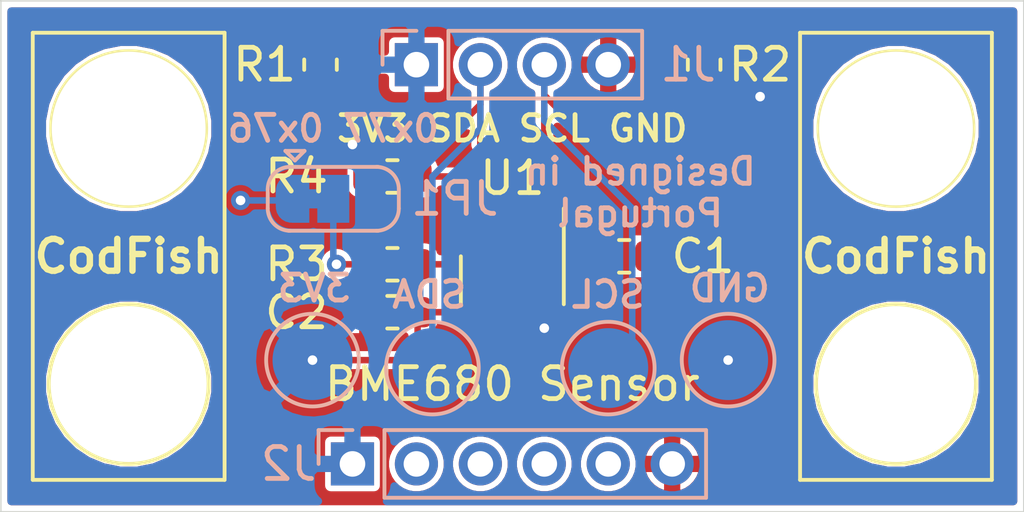
<source format=kicad_pcb>
(kicad_pcb (version 20171130) (host pcbnew 5.1.5+dfsg1-2build2)

  (general
    (thickness 1.6)
    (drawings 14)
    (tracks 64)
    (zones 0)
    (modules 16)
    (nets 12)
  )

  (page A4)
  (layers
    (0 F.Cu signal)
    (31 B.Cu signal)
    (32 B.Adhes user)
    (33 F.Adhes user)
    (34 B.Paste user)
    (35 F.Paste user)
    (36 B.SilkS user)
    (37 F.SilkS user)
    (38 B.Mask user)
    (39 F.Mask user)
    (40 Dwgs.User user)
    (41 Cmts.User user)
    (42 Eco1.User user)
    (43 Eco2.User user)
    (44 Edge.Cuts user)
    (45 Margin user)
    (46 B.CrtYd user hide)
    (47 F.CrtYd user hide)
    (48 B.Fab user hide)
    (49 F.Fab user hide)
  )

  (setup
    (last_trace_width 0.2032)
    (user_trace_width 0.127)
    (user_trace_width 0.1524)
    (user_trace_width 0.1778)
    (user_trace_width 0.2032)
    (user_trace_width 0.2286)
    (user_trace_width 0.254)
    (user_trace_width 0.3048)
    (user_trace_width 0.3556)
    (user_trace_width 0.4064)
    (user_trace_width 0.4572)
    (user_trace_width 0.508)
    (user_trace_width 0.6096)
    (user_trace_width 0.6604)
    (user_trace_width 0.762)
    (user_trace_width 0.9144)
    (user_trace_width 1.016)
    (user_trace_width 1.27)
    (user_trace_width 2.54)
    (trace_clearance 0.127)
    (zone_clearance 0.18)
    (zone_45_only no)
    (trace_min 0.127)
    (via_size 0.6)
    (via_drill 0.3)
    (via_min_size 0.6)
    (via_min_drill 0.3)
    (user_via 0.6 0.3)
    (user_via 0.8 0.4)
    (user_via 1 0.8)
    (uvia_size 0.3)
    (uvia_drill 0.1)
    (uvias_allowed no)
    (uvia_min_size 0.2)
    (uvia_min_drill 0.1)
    (edge_width 0.05)
    (segment_width 0.127)
    (pcb_text_width 0.1524)
    (pcb_text_size 0.8128 0.8128)
    (mod_edge_width 0.1524)
    (mod_text_size 0.8128 0.8128)
    (mod_text_width 0.1524)
    (pad_size 1.524 1.524)
    (pad_drill 0.762)
    (pad_to_mask_clearance 0.051)
    (solder_mask_min_width 0.25)
    (aux_axis_origin 0 0)
    (visible_elements FFFFFF7F)
    (pcbplotparams
      (layerselection 0x010fc_ffffffff)
      (usegerberextensions false)
      (usegerberattributes false)
      (usegerberadvancedattributes false)
      (creategerberjobfile false)
      (excludeedgelayer true)
      (linewidth 0.100000)
      (plotframeref false)
      (viasonmask false)
      (mode 1)
      (useauxorigin false)
      (hpglpennumber 1)
      (hpglpenspeed 20)
      (hpglpendiameter 15.000000)
      (psnegative false)
      (psa4output false)
      (plotreference true)
      (plotvalue true)
      (plotinvisibletext false)
      (padsonsilk false)
      (subtractmaskfromsilk false)
      (outputformat 1)
      (mirror false)
      (drillshape 1)
      (scaleselection 1)
      (outputdirectory ""))
  )

  (net 0 "")
  (net 1 GND)
  (net 2 SCL)
  (net 3 SDA)
  (net 4 +3V3)
  (net 5 "Net-(J2-Pad5)")
  (net 6 "Net-(J2-Pad4)")
  (net 7 INT2)
  (net 8 INT1)
  (net 9 "Net-(JP1-Pad2)")
  (net 10 "Net-(R3-Pad2)")
  (net 11 "Net-(R4-Pad1)")

  (net_class Default "This is the default net class."
    (clearance 0.127)
    (trace_width 0.127)
    (via_dia 0.6)
    (via_drill 0.3)
    (uvia_dia 0.3)
    (uvia_drill 0.1)
    (add_net +3V3)
    (add_net GND)
    (add_net INT1)
    (add_net INT2)
    (add_net "Net-(J2-Pad4)")
    (add_net "Net-(J2-Pad5)")
    (add_net "Net-(JP1-Pad2)")
    (add_net "Net-(R3-Pad2)")
    (add_net "Net-(R4-Pad1)")
    (add_net SCL)
    (add_net SDA)
  )

  (net_class USB ""
    (clearance 0.3048)
    (trace_width 0.1524)
    (via_dia 0.6)
    (via_drill 0.3)
    (uvia_dia 0.3)
    (uvia_drill 0.1)
  )

  (net_class USB_HS ""
    (clearance 0.6096)
    (trace_width 0.1524)
    (via_dia 0.6)
    (via_drill 0.3)
    (uvia_dia 0.3)
    (uvia_drill 0.1)
  )

  (module Resistor_SMD:R_0603_1608Metric (layer F.Cu) (tedit 5B301BBD) (tstamp 5F8B78A0)
    (at 128.25 103.5 180)
    (descr "Resistor SMD 0603 (1608 Metric), square (rectangular) end terminal, IPC_7351 nominal, (Body size source: http://www.tortai-tech.com/upload/download/2011102023233369053.pdf), generated with kicad-footprint-generator")
    (tags resistor)
    (path /5F8C53B2)
    (attr smd)
    (fp_text reference R4 (at 3 0) (layer F.SilkS)
      (effects (font (size 1 1) (thickness 0.15)))
    )
    (fp_text value 10kR (at 0 1.43) (layer F.Fab)
      (effects (font (size 1 1) (thickness 0.15)))
    )
    (fp_text user %R (at 2.5 -2) (layer F.Fab)
      (effects (font (size 0.4 0.4) (thickness 0.06)))
    )
    (fp_line (start 1.48 0.73) (end -1.48 0.73) (layer F.CrtYd) (width 0.05))
    (fp_line (start 1.48 -0.73) (end 1.48 0.73) (layer F.CrtYd) (width 0.05))
    (fp_line (start -1.48 -0.73) (end 1.48 -0.73) (layer F.CrtYd) (width 0.05))
    (fp_line (start -1.48 0.73) (end -1.48 -0.73) (layer F.CrtYd) (width 0.05))
    (fp_line (start -0.162779 0.51) (end 0.162779 0.51) (layer F.SilkS) (width 0.12))
    (fp_line (start -0.162779 -0.51) (end 0.162779 -0.51) (layer F.SilkS) (width 0.12))
    (fp_line (start 0.8 0.4) (end -0.8 0.4) (layer F.Fab) (width 0.1))
    (fp_line (start 0.8 -0.4) (end 0.8 0.4) (layer F.Fab) (width 0.1))
    (fp_line (start -0.8 -0.4) (end 0.8 -0.4) (layer F.Fab) (width 0.1))
    (fp_line (start -0.8 0.4) (end -0.8 -0.4) (layer F.Fab) (width 0.1))
    (pad 2 smd roundrect (at 0.7875 0 180) (size 0.875 0.95) (layers F.Cu F.Paste F.Mask) (roundrect_rratio 0.25)
      (net 4 +3V3))
    (pad 1 smd roundrect (at -0.7875 0 180) (size 0.875 0.95) (layers F.Cu F.Paste F.Mask) (roundrect_rratio 0.25)
      (net 11 "Net-(R4-Pad1)"))
    (model ${KISYS3DMOD}/Resistor_SMD.3dshapes/R_0603_1608Metric.wrl
      (at (xyz 0 0 0))
      (scale (xyz 1 1 1))
      (rotate (xyz 0 0 0))
    )
  )

  (module Package_LGA:Bosch_LGA-8_3x3mm_P0.8mm_ClockwisePinNumbering (layer F.Cu) (tedit 5CF93F4A) (tstamp 5F8B78F0)
    (at 132 106)
    (descr "Bosch  LGA, 8 Pin (https://ae-bst.resource.bosch.com/media/_tech/media/datasheets/BST-BME680-DS001-00.pdf#page=44), generated with kicad-footprint-generator ipc_noLead_generator.py")
    (tags "Bosch LGA NoLead")
    (path /5F8B346E)
    (attr smd)
    (fp_text reference U1 (at 0 -2.45) (layer F.SilkS)
      (effects (font (size 1 1) (thickness 0.15)))
    )
    (fp_text value BME680 (at 0 2.45) (layer F.Fab)
      (effects (font (size 1 1) (thickness 0.15)))
    )
    (fp_text user %R (at -2.72 -2.02) (layer F.Fab)
      (effects (font (size 0.75 0.75) (thickness 0.11)))
    )
    (fp_line (start 1.75 -1.75) (end -1.75 -1.75) (layer F.CrtYd) (width 0.05))
    (fp_line (start 1.75 1.75) (end 1.75 -1.75) (layer F.CrtYd) (width 0.05))
    (fp_line (start -1.75 1.75) (end 1.75 1.75) (layer F.CrtYd) (width 0.05))
    (fp_line (start -1.75 -1.75) (end -1.75 1.75) (layer F.CrtYd) (width 0.05))
    (fp_line (start -1.5 -0.75) (end -0.75 -1.5) (layer F.Fab) (width 0.1))
    (fp_line (start -1.5 1.5) (end -1.5 -0.75) (layer F.Fab) (width 0.1))
    (fp_line (start 1.5 1.5) (end -1.5 1.5) (layer F.Fab) (width 0.1))
    (fp_line (start 1.5 -1.5) (end 1.5 1.5) (layer F.Fab) (width 0.1))
    (fp_line (start -0.75 -1.5) (end 1.5 -1.5) (layer F.Fab) (width 0.1))
    (fp_line (start 1.61 -1.5) (end 1.61 1.5) (layer F.SilkS) (width 0.12))
    (fp_line (start -1.61 0) (end -1.61 1.5) (layer F.SilkS) (width 0.12))
    (pad 8 smd roundrect (at -1.2 1.1875) (size 0.5 0.525) (layers F.Cu F.Paste F.Mask) (roundrect_rratio 0.25)
      (net 4 +3V3))
    (pad 7 smd roundrect (at -0.4 1.1875) (size 0.5 0.525) (layers F.Cu F.Paste F.Mask) (roundrect_rratio 0.25)
      (net 1 GND))
    (pad 6 smd roundrect (at 0.4 1.1875) (size 0.5 0.525) (layers F.Cu F.Paste F.Mask) (roundrect_rratio 0.25)
      (net 4 +3V3))
    (pad 5 smd roundrect (at 1.2 1.1875) (size 0.5 0.525) (layers F.Cu F.Paste F.Mask) (roundrect_rratio 0.25)
      (net 10 "Net-(R3-Pad2)"))
    (pad 4 smd roundrect (at 1.2 -1.1875) (size 0.5 0.525) (layers F.Cu F.Paste F.Mask) (roundrect_rratio 0.25)
      (net 2 SCL))
    (pad 3 smd roundrect (at 0.4 -1.1875) (size 0.5 0.525) (layers F.Cu F.Paste F.Mask) (roundrect_rratio 0.25)
      (net 3 SDA))
    (pad 2 smd roundrect (at -0.4 -1.1875) (size 0.5 0.525) (layers F.Cu F.Paste F.Mask) (roundrect_rratio 0.25)
      (net 11 "Net-(R4-Pad1)"))
    (pad 1 smd roundrect (at -1.2 -1.1875) (size 0.5 0.525) (layers F.Cu F.Paste F.Mask) (roundrect_rratio 0.25)
      (net 1 GND))
    (model ${KISYS3DMOD}/Package_LGA.3dshapes/Bosch_LGA-8_3x3mm_P0.8mm_ClockwisePinNumbering.wrl
      (at (xyz 0 0 0))
      (scale (xyz 1 1 1))
      (rotate (xyz 0 0 0))
    )
  )

  (module Resistor_SMD:R_0603_1608Metric (layer F.Cu) (tedit 5B301BBD) (tstamp 5F8ADE5D)
    (at 128.25 106.25)
    (descr "Resistor SMD 0603 (1608 Metric), square (rectangular) end terminal, IPC_7351 nominal, (Body size source: http://www.tortai-tech.com/upload/download/2011102023233369053.pdf), generated with kicad-footprint-generator")
    (tags resistor)
    (path /5F8B58A7)
    (attr smd)
    (fp_text reference R3 (at -3 0) (layer F.SilkS)
      (effects (font (size 1 1) (thickness 0.15)))
    )
    (fp_text value 10kR (at 0 1.43) (layer F.Fab)
      (effects (font (size 1 1) (thickness 0.15)))
    )
    (fp_text user %R (at 0 0) (layer F.Fab)
      (effects (font (size 0.4 0.4) (thickness 0.06)))
    )
    (fp_line (start 1.48 0.73) (end -1.48 0.73) (layer F.CrtYd) (width 0.05))
    (fp_line (start 1.48 -0.73) (end 1.48 0.73) (layer F.CrtYd) (width 0.05))
    (fp_line (start -1.48 -0.73) (end 1.48 -0.73) (layer F.CrtYd) (width 0.05))
    (fp_line (start -1.48 0.73) (end -1.48 -0.73) (layer F.CrtYd) (width 0.05))
    (fp_line (start -0.162779 0.51) (end 0.162779 0.51) (layer F.SilkS) (width 0.12))
    (fp_line (start -0.162779 -0.51) (end 0.162779 -0.51) (layer F.SilkS) (width 0.12))
    (fp_line (start 0.8 0.4) (end -0.8 0.4) (layer F.Fab) (width 0.1))
    (fp_line (start 0.8 -0.4) (end 0.8 0.4) (layer F.Fab) (width 0.1))
    (fp_line (start -0.8 -0.4) (end 0.8 -0.4) (layer F.Fab) (width 0.1))
    (fp_line (start -0.8 0.4) (end -0.8 -0.4) (layer F.Fab) (width 0.1))
    (pad 2 smd roundrect (at 0.7875 0) (size 0.875 0.95) (layers F.Cu F.Paste F.Mask) (roundrect_rratio 0.25)
      (net 10 "Net-(R3-Pad2)"))
    (pad 1 smd roundrect (at -0.7875 0) (size 0.875 0.95) (layers F.Cu F.Paste F.Mask) (roundrect_rratio 0.25)
      (net 9 "Net-(JP1-Pad2)"))
    (model ${KISYS3DMOD}/Resistor_SMD.3dshapes/R_0603_1608Metric.wrl
      (at (xyz 0 0 0))
      (scale (xyz 1 1 1))
      (rotate (xyz 0 0 0))
    )
  )

  (module Resistor_SMD:R_0603_1608Metric (layer F.Cu) (tedit 5B301BBD) (tstamp 5F81F627)
    (at 138 100 270)
    (descr "Resistor SMD 0603 (1608 Metric), square (rectangular) end terminal, IPC_7351 nominal, (Body size source: http://www.tortai-tech.com/upload/download/2011102023233369053.pdf), generated with kicad-footprint-generator")
    (tags resistor)
    (path /5F81E871)
    (attr smd)
    (fp_text reference R2 (at 0 -1.75 180) (layer F.SilkS)
      (effects (font (size 1 1) (thickness 0.15)))
    )
    (fp_text value 10kR (at 0 1.43 90) (layer F.Fab)
      (effects (font (size 1 1) (thickness 0.15)))
    )
    (fp_text user %R (at 0 0 90) (layer F.Fab)
      (effects (font (size 0.4 0.4) (thickness 0.06)))
    )
    (fp_line (start 1.48 0.73) (end -1.48 0.73) (layer F.CrtYd) (width 0.05))
    (fp_line (start 1.48 -0.73) (end 1.48 0.73) (layer F.CrtYd) (width 0.05))
    (fp_line (start -1.48 -0.73) (end 1.48 -0.73) (layer F.CrtYd) (width 0.05))
    (fp_line (start -1.48 0.73) (end -1.48 -0.73) (layer F.CrtYd) (width 0.05))
    (fp_line (start -0.162779 0.51) (end 0.162779 0.51) (layer F.SilkS) (width 0.12))
    (fp_line (start -0.162779 -0.51) (end 0.162779 -0.51) (layer F.SilkS) (width 0.12))
    (fp_line (start 0.8 0.4) (end -0.8 0.4) (layer F.Fab) (width 0.1))
    (fp_line (start 0.8 -0.4) (end 0.8 0.4) (layer F.Fab) (width 0.1))
    (fp_line (start -0.8 -0.4) (end 0.8 -0.4) (layer F.Fab) (width 0.1))
    (fp_line (start -0.8 0.4) (end -0.8 -0.4) (layer F.Fab) (width 0.1))
    (pad 2 smd roundrect (at 0.7875 0 270) (size 0.875 0.95) (layers F.Cu F.Paste F.Mask) (roundrect_rratio 0.25)
      (net 2 SCL))
    (pad 1 smd roundrect (at -0.7875 0 270) (size 0.875 0.95) (layers F.Cu F.Paste F.Mask) (roundrect_rratio 0.25)
      (net 4 +3V3))
    (model ${KISYS3DMOD}/Resistor_SMD.3dshapes/R_0603_1608Metric.wrl
      (at (xyz 0 0 0))
      (scale (xyz 1 1 1))
      (rotate (xyz 0 0 0))
    )
  )

  (module Resistor_SMD:R_0603_1608Metric (layer F.Cu) (tedit 5B301BBD) (tstamp 5F81F618)
    (at 126 100 270)
    (descr "Resistor SMD 0603 (1608 Metric), square (rectangular) end terminal, IPC_7351 nominal, (Body size source: http://www.tortai-tech.com/upload/download/2011102023233369053.pdf), generated with kicad-footprint-generator")
    (tags resistor)
    (path /5F81DB96)
    (attr smd)
    (fp_text reference R1 (at 0 1.75 180) (layer F.SilkS)
      (effects (font (size 1 1) (thickness 0.15)))
    )
    (fp_text value 10kR (at 0 1.43 90) (layer F.Fab)
      (effects (font (size 1 1) (thickness 0.15)))
    )
    (fp_text user %R (at 0 0 90) (layer F.Fab)
      (effects (font (size 0.4 0.4) (thickness 0.06)))
    )
    (fp_line (start 1.48 0.73) (end -1.48 0.73) (layer F.CrtYd) (width 0.05))
    (fp_line (start 1.48 -0.73) (end 1.48 0.73) (layer F.CrtYd) (width 0.05))
    (fp_line (start -1.48 -0.73) (end 1.48 -0.73) (layer F.CrtYd) (width 0.05))
    (fp_line (start -1.48 0.73) (end -1.48 -0.73) (layer F.CrtYd) (width 0.05))
    (fp_line (start -0.162779 0.51) (end 0.162779 0.51) (layer F.SilkS) (width 0.12))
    (fp_line (start -0.162779 -0.51) (end 0.162779 -0.51) (layer F.SilkS) (width 0.12))
    (fp_line (start 0.8 0.4) (end -0.8 0.4) (layer F.Fab) (width 0.1))
    (fp_line (start 0.8 -0.4) (end 0.8 0.4) (layer F.Fab) (width 0.1))
    (fp_line (start -0.8 -0.4) (end 0.8 -0.4) (layer F.Fab) (width 0.1))
    (fp_line (start -0.8 0.4) (end -0.8 -0.4) (layer F.Fab) (width 0.1))
    (pad 2 smd roundrect (at 0.7875 0 270) (size 0.875 0.95) (layers F.Cu F.Paste F.Mask) (roundrect_rratio 0.25)
      (net 3 SDA))
    (pad 1 smd roundrect (at -0.7875 0 270) (size 0.875 0.95) (layers F.Cu F.Paste F.Mask) (roundrect_rratio 0.25)
      (net 4 +3V3))
    (model ${KISYS3DMOD}/Resistor_SMD.3dshapes/R_0603_1608Metric.wrl
      (at (xyz 0 0 0))
      (scale (xyz 1 1 1))
      (rotate (xyz 0 0 0))
    )
  )

  (module Capacitor_SMD:C_0603_1608Metric (layer F.Cu) (tedit 5B301BBE) (tstamp 5F81FEB3)
    (at 128.25 107.75 180)
    (descr "Capacitor SMD 0603 (1608 Metric), square (rectangular) end terminal, IPC_7351 nominal, (Body size source: http://www.tortai-tech.com/upload/download/2011102023233369053.pdf), generated with kicad-footprint-generator")
    (tags capacitor)
    (path /5F826678)
    (attr smd)
    (fp_text reference C2 (at 3 0) (layer F.SilkS)
      (effects (font (size 1 1) (thickness 0.15)))
    )
    (fp_text value 100nF (at 0 1.43) (layer F.Fab)
      (effects (font (size 1 1) (thickness 0.15)))
    )
    (fp_text user %R (at 0 0) (layer F.Fab)
      (effects (font (size 0.4 0.4) (thickness 0.06)))
    )
    (fp_line (start 1.48 0.73) (end -1.48 0.73) (layer F.CrtYd) (width 0.05))
    (fp_line (start 1.48 -0.73) (end 1.48 0.73) (layer F.CrtYd) (width 0.05))
    (fp_line (start -1.48 -0.73) (end 1.48 -0.73) (layer F.CrtYd) (width 0.05))
    (fp_line (start -1.48 0.73) (end -1.48 -0.73) (layer F.CrtYd) (width 0.05))
    (fp_line (start -0.162779 0.51) (end 0.162779 0.51) (layer F.SilkS) (width 0.12))
    (fp_line (start -0.162779 -0.51) (end 0.162779 -0.51) (layer F.SilkS) (width 0.12))
    (fp_line (start 0.8 0.4) (end -0.8 0.4) (layer F.Fab) (width 0.1))
    (fp_line (start 0.8 -0.4) (end 0.8 0.4) (layer F.Fab) (width 0.1))
    (fp_line (start -0.8 -0.4) (end 0.8 -0.4) (layer F.Fab) (width 0.1))
    (fp_line (start -0.8 0.4) (end -0.8 -0.4) (layer F.Fab) (width 0.1))
    (pad 2 smd roundrect (at 0.7875 0 180) (size 0.875 0.95) (layers F.Cu F.Paste F.Mask) (roundrect_rratio 0.25)
      (net 1 GND))
    (pad 1 smd roundrect (at -0.7875 0 180) (size 0.875 0.95) (layers F.Cu F.Paste F.Mask) (roundrect_rratio 0.25)
      (net 4 +3V3))
    (model ${KISYS3DMOD}/Capacitor_SMD.3dshapes/C_0603_1608Metric.wrl
      (at (xyz 0 0 0))
      (scale (xyz 1 1 1))
      (rotate (xyz 0 0 0))
    )
  )

  (module Capacitor_SMD:C_0603_1608Metric (layer F.Cu) (tedit 5B301BBE) (tstamp 5F81FEA4)
    (at 135.5 106)
    (descr "Capacitor SMD 0603 (1608 Metric), square (rectangular) end terminal, IPC_7351 nominal, (Body size source: http://www.tortai-tech.com/upload/download/2011102023233369053.pdf), generated with kicad-footprint-generator")
    (tags capacitor)
    (path /5F827408)
    (attr smd)
    (fp_text reference C1 (at 2.4625 0) (layer F.SilkS)
      (effects (font (size 1 1) (thickness 0.15)))
    )
    (fp_text value 100nF (at 0 1.43) (layer F.Fab)
      (effects (font (size 1 1) (thickness 0.15)))
    )
    (fp_text user %R (at 0 0) (layer F.Fab)
      (effects (font (size 0.4 0.4) (thickness 0.06)))
    )
    (fp_line (start 1.48 0.73) (end -1.48 0.73) (layer F.CrtYd) (width 0.05))
    (fp_line (start 1.48 -0.73) (end 1.48 0.73) (layer F.CrtYd) (width 0.05))
    (fp_line (start -1.48 -0.73) (end 1.48 -0.73) (layer F.CrtYd) (width 0.05))
    (fp_line (start -1.48 0.73) (end -1.48 -0.73) (layer F.CrtYd) (width 0.05))
    (fp_line (start -0.162779 0.51) (end 0.162779 0.51) (layer F.SilkS) (width 0.12))
    (fp_line (start -0.162779 -0.51) (end 0.162779 -0.51) (layer F.SilkS) (width 0.12))
    (fp_line (start 0.8 0.4) (end -0.8 0.4) (layer F.Fab) (width 0.1))
    (fp_line (start 0.8 -0.4) (end 0.8 0.4) (layer F.Fab) (width 0.1))
    (fp_line (start -0.8 -0.4) (end 0.8 -0.4) (layer F.Fab) (width 0.1))
    (fp_line (start -0.8 0.4) (end -0.8 -0.4) (layer F.Fab) (width 0.1))
    (pad 2 smd roundrect (at 0.7875 0) (size 0.875 0.95) (layers F.Cu F.Paste F.Mask) (roundrect_rratio 0.25)
      (net 1 GND))
    (pad 1 smd roundrect (at -0.7875 0) (size 0.875 0.95) (layers F.Cu F.Paste F.Mask) (roundrect_rratio 0.25)
      (net 4 +3V3))
    (model ${KISYS3DMOD}/Capacitor_SMD.3dshapes/C_0603_1608Metric.wrl
      (at (xyz 0 0 0))
      (scale (xyz 1 1 1))
      (rotate (xyz 0 0 0))
    )
  )

  (module Jumper:SolderJumper-3_P1.3mm_Bridged12_RoundedPad1.0x1.5mm (layer B.Cu) (tedit 5C745321) (tstamp 5F8ADDEA)
    (at 126.4 104.2)
    (descr "SMD Solder 3-pad Jumper, 1x1.5mm rounded Pads, 0.3mm gap, pads 1-2 bridged with 1 copper strip")
    (tags "solder jumper open")
    (path /5F8B817B)
    (attr virtual)
    (fp_text reference JP1 (at 3.8 0) (layer B.SilkS)
      (effects (font (size 1 1) (thickness 0.15)) (justify mirror))
    )
    (fp_text value ADDR (at 0 -1.9) (layer B.Fab)
      (effects (font (size 1 1) (thickness 0.15)) (justify mirror))
    )
    (fp_poly (pts (xy -0.9 0.3) (xy -0.4 0.3) (xy -0.4 -0.3) (xy -0.9 -0.3)) (layer B.Cu) (width 0))
    (fp_arc (start -1.35 0.3) (end -1.35 1) (angle 90) (layer B.SilkS) (width 0.12))
    (fp_arc (start -1.35 -0.3) (end -2.05 -0.3) (angle 90) (layer B.SilkS) (width 0.12))
    (fp_arc (start 1.35 -0.3) (end 1.35 -1) (angle 90) (layer B.SilkS) (width 0.12))
    (fp_arc (start 1.35 0.3) (end 2.05 0.3) (angle 90) (layer B.SilkS) (width 0.12))
    (fp_line (start 2.3 -1.25) (end -2.3 -1.25) (layer B.CrtYd) (width 0.05))
    (fp_line (start 2.3 -1.25) (end 2.3 1.25) (layer B.CrtYd) (width 0.05))
    (fp_line (start -2.3 1.25) (end -2.3 -1.25) (layer B.CrtYd) (width 0.05))
    (fp_line (start -2.3 1.25) (end 2.3 1.25) (layer B.CrtYd) (width 0.05))
    (fp_line (start -1.4 1) (end 1.4 1) (layer B.SilkS) (width 0.12))
    (fp_line (start 2.05 0.3) (end 2.05 -0.3) (layer B.SilkS) (width 0.12))
    (fp_line (start 1.4 -1) (end -1.4 -1) (layer B.SilkS) (width 0.12))
    (fp_line (start -2.05 -0.3) (end -2.05 0.3) (layer B.SilkS) (width 0.12))
    (fp_line (start -1.2 -1.2) (end -1.5 -1.5) (layer B.SilkS) (width 0.12))
    (fp_line (start -1.5 -1.5) (end -0.9 -1.5) (layer B.SilkS) (width 0.12))
    (fp_line (start -1.2 -1.2) (end -0.9 -1.5) (layer B.SilkS) (width 0.12))
    (pad 1 smd custom (at -1.3 0) (size 1 0.5) (layers B.Cu B.Mask)
      (net 1 GND) (zone_connect 2)
      (options (clearance outline) (anchor rect))
      (primitives
        (gr_circle (center 0 -0.25) (end 0.5 -0.25) (width 0))
        (gr_circle (center 0 0.25) (end 0.5 0.25) (width 0))
        (gr_poly (pts
           (xy 0.55 0.75) (xy 0 0.75) (xy 0 -0.75) (xy 0.55 -0.75)) (width 0))
      ))
    (pad 2 smd rect (at 0 0) (size 1 1.5) (layers B.Cu B.Mask)
      (net 9 "Net-(JP1-Pad2)"))
    (pad 3 smd custom (at 1.3 0) (size 1 0.5) (layers B.Cu B.Mask)
      (net 4 +3V3) (zone_connect 2)
      (options (clearance outline) (anchor rect))
      (primitives
        (gr_circle (center 0 -0.25) (end 0.5 -0.25) (width 0))
        (gr_circle (center 0 0.25) (end 0.5 0.25) (width 0))
        (gr_poly (pts
           (xy -0.55 0.75) (xy 0 0.75) (xy 0 -0.75) (xy -0.55 -0.75)) (width 0))
      ))
  )

  (module Connector_PinHeader_2.00mm:PinHeader_1x06_P2.00mm_Vertical (layer B.Cu) (tedit 59FED667) (tstamp 5F8208F8)
    (at 127 112.5 270)
    (descr "Through hole straight pin header, 1x06, 2.00mm pitch, single row")
    (tags "Through hole pin header THT 1x06 2.00mm single row")
    (path /5F82BB77)
    (fp_text reference J2 (at 0 2) (layer B.SilkS)
      (effects (font (size 1 1) (thickness 0.15)) (justify mirror))
    )
    (fp_text value Conn_01x06_Male (at 0 -12.06 270) (layer B.Fab)
      (effects (font (size 1 1) (thickness 0.15)) (justify mirror))
    )
    (fp_text user %R (at 0 -5) (layer B.Fab)
      (effects (font (size 1 1) (thickness 0.15)) (justify mirror))
    )
    (fp_line (start 1.5 1.5) (end -1.5 1.5) (layer B.CrtYd) (width 0.05))
    (fp_line (start 1.5 -11.5) (end 1.5 1.5) (layer B.CrtYd) (width 0.05))
    (fp_line (start -1.5 -11.5) (end 1.5 -11.5) (layer B.CrtYd) (width 0.05))
    (fp_line (start -1.5 1.5) (end -1.5 -11.5) (layer B.CrtYd) (width 0.05))
    (fp_line (start -1.06 1.06) (end 0 1.06) (layer B.SilkS) (width 0.12))
    (fp_line (start -1.06 0) (end -1.06 1.06) (layer B.SilkS) (width 0.12))
    (fp_line (start -1.06 -1) (end 1.06 -1) (layer B.SilkS) (width 0.12))
    (fp_line (start 1.06 -1) (end 1.06 -11.06) (layer B.SilkS) (width 0.12))
    (fp_line (start -1.06 -1) (end -1.06 -11.06) (layer B.SilkS) (width 0.12))
    (fp_line (start -1.06 -11.06) (end 1.06 -11.06) (layer B.SilkS) (width 0.12))
    (fp_line (start -1 0.5) (end -0.5 1) (layer B.Fab) (width 0.1))
    (fp_line (start -1 -11) (end -1 0.5) (layer B.Fab) (width 0.1))
    (fp_line (start 1 -11) (end -1 -11) (layer B.Fab) (width 0.1))
    (fp_line (start 1 1) (end 1 -11) (layer B.Fab) (width 0.1))
    (fp_line (start -0.5 1) (end 1 1) (layer B.Fab) (width 0.1))
    (pad 6 thru_hole oval (at 0 -10 270) (size 1.35 1.35) (drill 0.8) (layers *.Cu *.Mask)
      (net 1 GND))
    (pad 5 thru_hole oval (at 0 -8 270) (size 1.35 1.35) (drill 0.8) (layers *.Cu *.Mask)
      (net 5 "Net-(J2-Pad5)"))
    (pad 4 thru_hole oval (at 0 -6 270) (size 1.35 1.35) (drill 0.8) (layers *.Cu *.Mask)
      (net 6 "Net-(J2-Pad4)"))
    (pad 3 thru_hole oval (at 0 -4 270) (size 1.35 1.35) (drill 0.8) (layers *.Cu *.Mask)
      (net 7 INT2))
    (pad 2 thru_hole oval (at 0 -2 270) (size 1.35 1.35) (drill 0.8) (layers *.Cu *.Mask)
      (net 8 INT1))
    (pad 1 thru_hole rect (at 0 0 270) (size 1.35 1.35) (drill 0.8) (layers *.Cu *.Mask)
      (net 4 +3V3))
    (model ${KISYS3DMOD}/Connector_PinHeader_2.00mm.3dshapes/PinHeader_1x06_P2.00mm_Vertical.wrl
      (at (xyz 0 0 0))
      (scale (xyz 1 1 1))
      (rotate (xyz 0 0 0))
    )
  )

  (module Connector_PinHeader_2.00mm:PinHeader_1x04_P2.00mm_Vertical (layer B.Cu) (tedit 59FED667) (tstamp 5F81F5F1)
    (at 129 100 270)
    (descr "Through hole straight pin header, 1x04, 2.00mm pitch, single row")
    (tags "Through hole pin header THT 1x04 2.00mm single row")
    (path /5F81AB6D)
    (fp_text reference J1 (at 0 -8.5 180) (layer B.SilkS)
      (effects (font (size 1 1) (thickness 0.15)) (justify mirror))
    )
    (fp_text value Conn_01x04_Male (at 0 -8.06 270) (layer B.Fab)
      (effects (font (size 1 1) (thickness 0.15)) (justify mirror))
    )
    (fp_text user %R (at 0 -3) (layer B.Fab)
      (effects (font (size 1 1) (thickness 0.15)) (justify mirror))
    )
    (fp_line (start 1.5 1.5) (end -1.5 1.5) (layer B.CrtYd) (width 0.05))
    (fp_line (start 1.5 -7.5) (end 1.5 1.5) (layer B.CrtYd) (width 0.05))
    (fp_line (start -1.5 -7.5) (end 1.5 -7.5) (layer B.CrtYd) (width 0.05))
    (fp_line (start -1.5 1.5) (end -1.5 -7.5) (layer B.CrtYd) (width 0.05))
    (fp_line (start -1.06 1.06) (end 0 1.06) (layer B.SilkS) (width 0.12))
    (fp_line (start -1.06 0) (end -1.06 1.06) (layer B.SilkS) (width 0.12))
    (fp_line (start -1.06 -1) (end 1.06 -1) (layer B.SilkS) (width 0.12))
    (fp_line (start 1.06 -1) (end 1.06 -7.06) (layer B.SilkS) (width 0.12))
    (fp_line (start -1.06 -1) (end -1.06 -7.06) (layer B.SilkS) (width 0.12))
    (fp_line (start -1.06 -7.06) (end 1.06 -7.06) (layer B.SilkS) (width 0.12))
    (fp_line (start -1 0.5) (end -0.5 1) (layer B.Fab) (width 0.1))
    (fp_line (start -1 -7) (end -1 0.5) (layer B.Fab) (width 0.1))
    (fp_line (start 1 -7) (end -1 -7) (layer B.Fab) (width 0.1))
    (fp_line (start 1 1) (end 1 -7) (layer B.Fab) (width 0.1))
    (fp_line (start -0.5 1) (end 1 1) (layer B.Fab) (width 0.1))
    (pad 4 thru_hole oval (at 0 -6 270) (size 1.35 1.35) (drill 0.8) (layers *.Cu *.Mask)
      (net 1 GND))
    (pad 3 thru_hole oval (at 0 -4 270) (size 1.35 1.35) (drill 0.8) (layers *.Cu *.Mask)
      (net 2 SCL))
    (pad 2 thru_hole oval (at 0 -2 270) (size 1.35 1.35) (drill 0.8) (layers *.Cu *.Mask)
      (net 3 SDA))
    (pad 1 thru_hole rect (at 0 0 270) (size 1.35 1.35) (drill 0.8) (layers *.Cu *.Mask)
      (net 4 +3V3))
    (model ${KISYS3DMOD}/Connector_PinHeader_2.00mm.3dshapes/PinHeader_1x04_P2.00mm_Vertical.wrl
      (at (xyz 0 0 0))
      (scale (xyz 1 1 1))
      (rotate (xyz 0 0 0))
    )
  )

  (module TestPoint:TestPoint_Pad_D2.5mm (layer B.Cu) (tedit 5A0F774F) (tstamp 5F82021A)
    (at 138.75 109.25)
    (descr "SMD pad as test Point, diameter 2.5mm")
    (tags "test point SMD pad")
    (path /5F821880)
    (attr virtual)
    (fp_text reference TP4 (at 0 -2.5) (layer B.SilkS) hide
      (effects (font (size 1 1) (thickness 0.15)) (justify mirror))
    )
    (fp_text value GND (at 0 -2.25) (layer B.Fab)
      (effects (font (size 1 1) (thickness 0.15)) (justify mirror))
    )
    (fp_circle (center 0 0) (end 0 -1.45) (layer B.SilkS) (width 0.12))
    (fp_circle (center 0 0) (end 1.75 0) (layer B.CrtYd) (width 0.05))
    (fp_text user %R (at 0 2.15) (layer B.Fab)
      (effects (font (size 1 1) (thickness 0.15)) (justify mirror))
    )
    (pad 1 smd circle (at 0 0) (size 2.5 2.5) (layers B.Cu B.Mask)
      (net 1 GND))
  )

  (module TestPoint:TestPoint_Pad_D2.5mm (layer B.Cu) (tedit 5A0F774F) (tstamp 5F81F63F)
    (at 135 109.5)
    (descr "SMD pad as test Point, diameter 2.5mm")
    (tags "test point SMD pad")
    (path /5F82164F)
    (attr virtual)
    (fp_text reference TP3 (at 0 -2.5) (layer B.SilkS) hide
      (effects (font (size 1 1) (thickness 0.15)) (justify mirror))
    )
    (fp_text value SCL (at 0 -2.25) (layer B.Fab)
      (effects (font (size 1 1) (thickness 0.15)) (justify mirror))
    )
    (fp_circle (center 0 0) (end 0 -1.45) (layer B.SilkS) (width 0.12))
    (fp_circle (center 0 0) (end 1.75 0) (layer B.CrtYd) (width 0.05))
    (fp_text user %R (at 0 2.15) (layer B.Fab)
      (effects (font (size 1 1) (thickness 0.15)) (justify mirror))
    )
    (pad 1 smd circle (at 0 0) (size 2.5 2.5) (layers B.Cu B.Mask)
      (net 2 SCL))
  )

  (module TestPoint:TestPoint_Pad_D2.5mm (layer B.Cu) (tedit 5A0F774F) (tstamp 5F81F637)
    (at 129.5 109.5)
    (descr "SMD pad as test Point, diameter 2.5mm")
    (tags "test point SMD pad")
    (path /5F82143B)
    (attr virtual)
    (fp_text reference TP2 (at 0 -2.5) (layer B.SilkS) hide
      (effects (font (size 1 1) (thickness 0.15)) (justify mirror))
    )
    (fp_text value SDA (at 0 -2.25) (layer B.Fab)
      (effects (font (size 1 1) (thickness 0.15)) (justify mirror))
    )
    (fp_circle (center 0 0) (end 0 -1.45) (layer B.SilkS) (width 0.12))
    (fp_circle (center 0 0) (end 1.75 0) (layer B.CrtYd) (width 0.05))
    (fp_text user %R (at 0 2.15) (layer B.Fab)
      (effects (font (size 1 1) (thickness 0.15)) (justify mirror))
    )
    (pad 1 smd circle (at 0 0) (size 2.5 2.5) (layers B.Cu B.Mask)
      (net 3 SDA))
  )

  (module TestPoint:TestPoint_Pad_D2.5mm (layer B.Cu) (tedit 5A0F774F) (tstamp 5F8AF8A9)
    (at 125.75 109.25)
    (descr "SMD pad as test Point, diameter 2.5mm")
    (tags "test point SMD pad")
    (path /5F820FDE)
    (attr virtual)
    (fp_text reference TP1 (at 0 -2.5) (layer B.SilkS) hide
      (effects (font (size 1 1) (thickness 0.15)) (justify mirror))
    )
    (fp_text value 3V3 (at 0 -2.25) (layer B.Fab)
      (effects (font (size 1 1) (thickness 0.15)) (justify mirror))
    )
    (fp_circle (center 0 0) (end 0 -1.45) (layer B.SilkS) (width 0.12))
    (fp_circle (center 0 0) (end 1.75 0) (layer B.CrtYd) (width 0.05))
    (fp_text user %R (at 0 2.15) (layer B.Fab)
      (effects (font (size 1 1) (thickness 0.15)) (justify mirror))
    )
    (pad 1 smd circle (at 0 0) (size 2.5 2.5) (layers B.Cu B.Mask)
      (net 4 +3V3))
  )

  (module LEGO:lego_1x2 (layer F.Cu) (tedit 5F8190AF) (tstamp 5F81F609)
    (at 144 110)
    (path /5F81A4DB)
    (fp_text reference MECH2 (at 0 -4) (layer F.SilkS) hide
      (effects (font (size 1 1) (thickness 0.15)))
    )
    (fp_text value lego_1x2 (at 0 4 180) (layer F.Fab)
      (effects (font (size 1 1) (thickness 0.15)))
    )
    (fp_line (start -3 3) (end -3 -11) (layer F.SilkS) (width 0.12))
    (fp_line (start 3 3) (end -3 3) (layer F.SilkS) (width 0.12))
    (fp_line (start 3 -11) (end 3 3) (layer F.SilkS) (width 0.12))
    (fp_line (start -3 -11) (end 3 -11) (layer F.SilkS) (width 0.12))
    (fp_circle (center 0 -8) (end 2.425 -8) (layer F.SilkS) (width 0.12))
    (fp_circle (center 0 0) (end 2.5 0) (layer F.SilkS) (width 0.12))
    (pad "" np_thru_hole circle (at 0 -8) (size 4.81 4.81) (drill 4.81) (layers *.Cu *.Mask))
    (pad "" np_thru_hole circle (at 0 0) (size 4.81 4.81) (drill 4.81) (layers *.Cu *.Mask))
    (model /home/minatel/Documents/pessoal/kicad/lego/3D/lego_1x2.step
      (offset (xyz -3.9 11.9 -11.4))
      (scale (xyz 1 1 1))
      (rotate (xyz 0 0 90))
    )
  )

  (module LEGO:lego_1x2 (layer F.Cu) (tedit 5F8190AF) (tstamp 5F81F5FD)
    (at 120 110)
    (path /5F8199B5)
    (fp_text reference MECH1 (at 0 -4) (layer F.SilkS) hide
      (effects (font (size 1 1) (thickness 0.15)))
    )
    (fp_text value lego_1x2 (at 0 4 180) (layer F.Fab)
      (effects (font (size 1 1) (thickness 0.15)))
    )
    (fp_line (start -3 3) (end -3 -11) (layer F.SilkS) (width 0.12))
    (fp_line (start 3 3) (end -3 3) (layer F.SilkS) (width 0.12))
    (fp_line (start 3 -11) (end 3 3) (layer F.SilkS) (width 0.12))
    (fp_line (start -3 -11) (end 3 -11) (layer F.SilkS) (width 0.12))
    (fp_circle (center 0 -8) (end 2.425 -8) (layer F.SilkS) (width 0.12))
    (fp_circle (center 0 0) (end 2.5 0) (layer F.SilkS) (width 0.12))
    (pad "" np_thru_hole circle (at 0 -8) (size 4.81 4.81) (drill 4.81) (layers *.Cu *.Mask))
    (pad "" np_thru_hole circle (at 0 0) (size 4.81 4.81) (drill 4.81) (layers *.Cu *.Mask))
    (model /home/minatel/Documents/pessoal/kicad/lego/3D/lego_1x2.step
      (offset (xyz -3.9 11.9 -11.4))
      (scale (xyz 1 1 1))
      (rotate (xyz 0 0 90))
    )
  )

  (gr_text "Designed in\nPortugal" (at 136 104) (layer B.SilkS)
    (effects (font (size 0.8128 0.8128) (thickness 0.1524)) (justify mirror))
  )
  (gr_text CodFish (at 144 106) (layer F.SilkS)
    (effects (font (size 1 1) (thickness 0.2)))
  )
  (gr_text CodFish (at 120 106) (layer F.SilkS)
    (effects (font (size 1 1) (thickness 0.2)))
  )
  (gr_text "0x77 0x76" (at 126.4 102) (layer B.SilkS)
    (effects (font (size 0.8128 0.8128) (thickness 0.1524)) (justify mirror))
  )
  (gr_text GND (at 138.8 107) (layer B.SilkS)
    (effects (font (size 0.8128 0.8128) (thickness 0.1524)) (justify mirror))
  )
  (gr_text SCL (at 135 107.2) (layer B.SilkS) (tstamp 5F8B7B57)
    (effects (font (size 0.8128 0.8128) (thickness 0.1524)) (justify mirror))
  )
  (gr_text SDA (at 129.4 107.2) (layer B.SilkS)
    (effects (font (size 0.8128 0.8128) (thickness 0.1524)) (justify mirror))
  )
  (gr_text 3V3 (at 125.8 107) (layer B.SilkS)
    (effects (font (size 0.8128 0.8128) (thickness 0.1524)) (justify mirror))
  )
  (gr_text "BME680 Sensor" (at 132 110) (layer F.SilkS)
    (effects (font (size 1 1) (thickness 0.15)))
  )
  (gr_text "3V3 SDA SCL GND" (at 132 102) (layer F.SilkS)
    (effects (font (size 0.8 0.8) (thickness 0.15)))
  )
  (gr_line (start 116 114) (end 116 98) (layer Edge.Cuts) (width 0.05) (tstamp 5F81F801))
  (gr_line (start 148 114) (end 116 114) (layer Edge.Cuts) (width 0.05))
  (gr_line (start 148 98) (end 148 114) (layer Edge.Cuts) (width 0.05))
  (gr_line (start 116 98) (end 148 98) (layer Edge.Cuts) (width 0.05))

  (via (at 138.75 109.25) (size 0.6) (drill 0.3) (layers F.Cu B.Cu) (net 1))
  (via (at 123.5 104.25) (size 0.6) (drill 0.3) (layers F.Cu B.Cu) (net 1))
  (segment (start 124.7 104.25) (end 123.5 104.25) (width 0.2032) (layer B.Cu) (net 1))
  (segment (start 133 100) (end 133 100.954594) (width 0.2032) (layer F.Cu) (net 2))
  (segment (start 138 101.225) (end 137.475 101.75) (width 0.2032) (layer F.Cu) (net 2))
  (segment (start 138 100.7875) (end 138 101.225) (width 0.2032) (layer F.Cu) (net 2))
  (segment (start 133.795406 101.75) (end 133 100.954594) (width 0.2032) (layer F.Cu) (net 2))
  (segment (start 137.475 101.75) (end 133.795406 101.75) (width 0.2032) (layer F.Cu) (net 2))
  (segment (start 135.75 108.75) (end 135 109.5) (width 0.2032) (layer B.Cu) (net 2))
  (segment (start 135.75 104.5) (end 135.75 108.75) (width 0.2032) (layer B.Cu) (net 2))
  (segment (start 133 101.75) (end 135.75 104.5) (width 0.2032) (layer B.Cu) (net 2))
  (segment (start 133 100) (end 133 101.75) (width 0.2032) (layer B.Cu) (net 2))
  (segment (start 133.2 104.8125) (end 133.2 102.95) (width 0.2032) (layer F.Cu) (net 2))
  (segment (start 133 102.75) (end 133 100) (width 0.2032) (layer F.Cu) (net 2))
  (segment (start 133.2 102.95) (end 133 102.75) (width 0.2032) (layer F.Cu) (net 2))
  (segment (start 130.5 101.75) (end 131 101.25) (width 0.2032) (layer F.Cu) (net 3))
  (segment (start 126.525 101.75) (end 130.5 101.75) (width 0.2032) (layer F.Cu) (net 3))
  (segment (start 126 100.7875) (end 126 101.225) (width 0.2032) (layer F.Cu) (net 3))
  (segment (start 126 101.225) (end 126.525 101.75) (width 0.2032) (layer F.Cu) (net 3))
  (segment (start 131 100) (end 131 101.25) (width 0.2032) (layer F.Cu) (net 3))
  (segment (start 129.5 103.5) (end 129.5 109.5) (width 0.2032) (layer B.Cu) (net 3))
  (segment (start 131 102) (end 129.5 103.5) (width 0.2032) (layer B.Cu) (net 3))
  (segment (start 131 100) (end 131 102) (width 0.2032) (layer B.Cu) (net 3))
  (segment (start 131 100) (end 131 102.5) (width 0.2032) (layer F.Cu) (net 3))
  (segment (start 132.4 103.9) (end 132.4 104.8125) (width 0.2032) (layer F.Cu) (net 3))
  (segment (start 131 102.5) (end 132.4 103.9) (width 0.2032) (layer F.Cu) (net 3))
  (segment (start 126 99.2125) (end 126.7125 99.2125) (width 0.2032) (layer F.Cu) (net 4))
  (segment (start 127.5 100) (end 129 100) (width 0.2032) (layer F.Cu) (net 4))
  (segment (start 126.7125 99.2125) (end 127.5 100) (width 0.2032) (layer F.Cu) (net 4))
  (via (at 139.75 101) (size 0.6) (drill 0.3) (layers F.Cu B.Cu) (net 4))
  (segment (start 139.75 99.75) (end 139.75 101) (width 0.2032) (layer F.Cu) (net 4))
  (segment (start 139.2125 99.2125) (end 139.75 99.75) (width 0.2032) (layer F.Cu) (net 4))
  (segment (start 138 99.2125) (end 139.2125 99.2125) (width 0.2032) (layer F.Cu) (net 4))
  (segment (start 130.8 107.45) (end 130.8 107.1875) (width 0.2032) (layer F.Cu) (net 4))
  (segment (start 130.5 107.75) (end 130.8 107.45) (width 0.2032) (layer F.Cu) (net 4))
  (segment (start 129.0375 107.75) (end 130.5 107.75) (width 0.2032) (layer F.Cu) (net 4))
  (segment (start 132.4 106.9) (end 132.08021 106.58021) (width 0.2032) (layer F.Cu) (net 4))
  (segment (start 132.4 107.1875) (end 132.4 106.9) (width 0.2032) (layer F.Cu) (net 4))
  (segment (start 130.8 106.925) (end 130.8 107.1875) (width 0.2032) (layer F.Cu) (net 4))
  (segment (start 131.14479 106.58021) (end 130.8 106.925) (width 0.2032) (layer F.Cu) (net 4))
  (segment (start 132.08021 106.58021) (end 131.14479 106.58021) (width 0.2032) (layer F.Cu) (net 4))
  (via (at 133 108.25) (size 0.6) (drill 0.3) (layers F.Cu B.Cu) (net 4))
  (segment (start 132.4 107.65) (end 133 108.25) (width 0.2032) (layer F.Cu) (net 4))
  (segment (start 132.4 107.1875) (end 132.4 107.65) (width 0.2032) (layer F.Cu) (net 4))
  (via (at 125.75 109.25) (size 0.6) (drill 0.3) (layers F.Cu B.Cu) (net 4))
  (segment (start 128.5 109.25) (end 125.75 109.25) (width 0.2032) (layer F.Cu) (net 4))
  (segment (start 129.0375 108.7125) (end 128.5 109.25) (width 0.2032) (layer F.Cu) (net 4))
  (segment (start 129.0375 107.75) (end 129.0375 108.7125) (width 0.2032) (layer F.Cu) (net 4))
  (segment (start 133.75 108.25) (end 133 108.25) (width 0.2032) (layer F.Cu) (net 4))
  (segment (start 134.7125 107.2875) (end 133.75 108.25) (width 0.2032) (layer F.Cu) (net 4))
  (segment (start 134.7125 106) (end 134.7125 107.2875) (width 0.2032) (layer F.Cu) (net 4))
  (via (at 127 102.5) (size 0.6) (drill 0.3) (layers F.Cu B.Cu) (net 4))
  (segment (start 127.4625 102.9625) (end 127 102.5) (width 0.2032) (layer F.Cu) (net 4))
  (segment (start 127.4625 103.5) (end 127.4625 102.9625) (width 0.2032) (layer F.Cu) (net 4))
  (via (at 126.5 106.25) (size 0.6) (drill 0.3) (layers F.Cu B.Cu) (net 9))
  (segment (start 126.4 106.15) (end 126.5 106.25) (width 0.2032) (layer B.Cu) (net 9))
  (segment (start 126.4 104.2) (end 126.4 106.15) (width 0.2032) (layer B.Cu) (net 9))
  (segment (start 126.5 106.25) (end 127.4625 106.25) (width 0.2032) (layer F.Cu) (net 9))
  (segment (start 133.2 106.45) (end 133.2 107.1875) (width 0.2032) (layer F.Cu) (net 10))
  (segment (start 133 106.25) (end 133.2 106.45) (width 0.2032) (layer F.Cu) (net 10))
  (segment (start 129.0375 106.25) (end 133 106.25) (width 0.2032) (layer F.Cu) (net 10))
  (segment (start 129.0375 103.5) (end 131 103.5) (width 0.2032) (layer F.Cu) (net 11))
  (segment (start 131.6 104.1) (end 131.6 104.8125) (width 0.2032) (layer F.Cu) (net 11))
  (segment (start 131 103.5) (end 131.6 104.1) (width 0.2032) (layer F.Cu) (net 11))

  (zone (net 1) (net_name GND) (layer F.Cu) (tstamp 0) (hatch edge 0.508)
    (connect_pads (clearance 0.18))
    (min_thickness 0.254)
    (fill yes (arc_segments 32) (thermal_gap 0.18) (thermal_bridge_width 0.508))
    (polygon
      (pts
        (xy 148 114) (xy 116 114) (xy 116 98) (xy 148 98)
      )
    )
    (filled_polygon
      (pts
        (xy 147.668001 113.668) (xy 116.332 113.668) (xy 116.332 109.732891) (xy 117.288 109.732891) (xy 117.288 110.267109)
        (xy 117.392221 110.791061) (xy 117.596657 111.284614) (xy 117.893452 111.728799) (xy 118.271201 112.106548) (xy 118.715386 112.403343)
        (xy 119.208939 112.607779) (xy 119.732891 112.712) (xy 120.267109 112.712) (xy 120.791061 112.607779) (xy 121.284614 112.403343)
        (xy 121.728799 112.106548) (xy 122.010347 111.825) (xy 126.016515 111.825) (xy 126.016515 113.175) (xy 126.022442 113.235182)
        (xy 126.039997 113.293052) (xy 126.068504 113.346385) (xy 126.106868 113.393132) (xy 126.153615 113.431496) (xy 126.206948 113.460003)
        (xy 126.264818 113.477558) (xy 126.325 113.483485) (xy 127.675 113.483485) (xy 127.735182 113.477558) (xy 127.793052 113.460003)
        (xy 127.846385 113.431496) (xy 127.893132 113.393132) (xy 127.931496 113.346385) (xy 127.960003 113.293052) (xy 127.977558 113.235182)
        (xy 127.983485 113.175) (xy 127.983485 112.403281) (xy 128.018 112.403281) (xy 128.018 112.596719) (xy 128.055738 112.786439)
        (xy 128.129763 112.965151) (xy 128.237231 113.125988) (xy 128.374012 113.262769) (xy 128.534849 113.370237) (xy 128.713561 113.444262)
        (xy 128.903281 113.482) (xy 129.096719 113.482) (xy 129.286439 113.444262) (xy 129.465151 113.370237) (xy 129.625988 113.262769)
        (xy 129.762769 113.125988) (xy 129.870237 112.965151) (xy 129.944262 112.786439) (xy 129.982 112.596719) (xy 129.982 112.403281)
        (xy 130.018 112.403281) (xy 130.018 112.596719) (xy 130.055738 112.786439) (xy 130.129763 112.965151) (xy 130.237231 113.125988)
        (xy 130.374012 113.262769) (xy 130.534849 113.370237) (xy 130.713561 113.444262) (xy 130.903281 113.482) (xy 131.096719 113.482)
        (xy 131.286439 113.444262) (xy 131.465151 113.370237) (xy 131.625988 113.262769) (xy 131.762769 113.125988) (xy 131.870237 112.965151)
        (xy 131.944262 112.786439) (xy 131.982 112.596719) (xy 131.982 112.403281) (xy 132.018 112.403281) (xy 132.018 112.596719)
        (xy 132.055738 112.786439) (xy 132.129763 112.965151) (xy 132.237231 113.125988) (xy 132.374012 113.262769) (xy 132.534849 113.370237)
        (xy 132.713561 113.444262) (xy 132.903281 113.482) (xy 133.096719 113.482) (xy 133.286439 113.444262) (xy 133.465151 113.370237)
        (xy 133.625988 113.262769) (xy 133.762769 113.125988) (xy 133.870237 112.965151) (xy 133.944262 112.786439) (xy 133.982 112.596719)
        (xy 133.982 112.403281) (xy 134.018 112.403281) (xy 134.018 112.596719) (xy 134.055738 112.786439) (xy 134.129763 112.965151)
        (xy 134.237231 113.125988) (xy 134.374012 113.262769) (xy 134.534849 113.370237) (xy 134.713561 113.444262) (xy 134.903281 113.482)
        (xy 135.096719 113.482) (xy 135.286439 113.444262) (xy 135.465151 113.370237) (xy 135.625988 113.262769) (xy 135.762769 113.125988)
        (xy 135.870237 112.965151) (xy 135.944262 112.786439) (xy 135.945987 112.777766) (xy 136.058096 112.777766) (xy 136.130384 112.956185)
        (xy 136.236091 113.117073) (xy 136.371154 113.254247) (xy 136.530383 113.362436) (xy 136.707659 113.437482) (xy 136.722235 113.441897)
        (xy 136.873 113.396297) (xy 136.873 112.627) (xy 137.127 112.627) (xy 137.127 113.396297) (xy 137.277765 113.441897)
        (xy 137.292341 113.437482) (xy 137.469617 113.362436) (xy 137.628846 113.254247) (xy 137.763909 113.117073) (xy 137.869616 112.956185)
        (xy 137.941904 112.777766) (xy 137.89701 112.627) (xy 137.127 112.627) (xy 136.873 112.627) (xy 136.10299 112.627)
        (xy 136.058096 112.777766) (xy 135.945987 112.777766) (xy 135.982 112.596719) (xy 135.982 112.403281) (xy 135.945988 112.222234)
        (xy 136.058096 112.222234) (xy 136.10299 112.373) (xy 136.873 112.373) (xy 136.873 111.603703) (xy 137.127 111.603703)
        (xy 137.127 112.373) (xy 137.89701 112.373) (xy 137.941904 112.222234) (xy 137.869616 112.043815) (xy 137.763909 111.882927)
        (xy 137.628846 111.745753) (xy 137.469617 111.637564) (xy 137.292341 111.562518) (xy 137.277765 111.558103) (xy 137.127 111.603703)
        (xy 136.873 111.603703) (xy 136.722235 111.558103) (xy 136.707659 111.562518) (xy 136.530383 111.637564) (xy 136.371154 111.745753)
        (xy 136.236091 111.882927) (xy 136.130384 112.043815) (xy 136.058096 112.222234) (xy 135.945988 112.222234) (xy 135.944262 112.213561)
        (xy 135.870237 112.034849) (xy 135.762769 111.874012) (xy 135.625988 111.737231) (xy 135.465151 111.629763) (xy 135.286439 111.555738)
        (xy 135.096719 111.518) (xy 134.903281 111.518) (xy 134.713561 111.555738) (xy 134.534849 111.629763) (xy 134.374012 111.737231)
        (xy 134.237231 111.874012) (xy 134.129763 112.034849) (xy 134.055738 112.213561) (xy 134.018 112.403281) (xy 133.982 112.403281)
        (xy 133.944262 112.213561) (xy 133.870237 112.034849) (xy 133.762769 111.874012) (xy 133.625988 111.737231) (xy 133.465151 111.629763)
        (xy 133.286439 111.555738) (xy 133.096719 111.518) (xy 132.903281 111.518) (xy 132.713561 111.555738) (xy 132.534849 111.629763)
        (xy 132.374012 111.737231) (xy 132.237231 111.874012) (xy 132.129763 112.034849) (xy 132.055738 112.213561) (xy 132.018 112.403281)
        (xy 131.982 112.403281) (xy 131.944262 112.213561) (xy 131.870237 112.034849) (xy 131.762769 111.874012) (xy 131.625988 111.737231)
        (xy 131.465151 111.629763) (xy 131.286439 111.555738) (xy 131.096719 111.518) (xy 130.903281 111.518) (xy 130.713561 111.555738)
        (xy 130.534849 111.629763) (xy 130.374012 111.737231) (xy 130.237231 111.874012) (xy 130.129763 112.034849) (xy 130.055738 112.213561)
        (xy 130.018 112.403281) (xy 129.982 112.403281) (xy 129.944262 112.213561) (xy 129.870237 112.034849) (xy 129.762769 111.874012)
        (xy 129.625988 111.737231) (xy 129.465151 111.629763) (xy 129.286439 111.555738) (xy 129.096719 111.518) (xy 128.903281 111.518)
        (xy 128.713561 111.555738) (xy 128.534849 111.629763) (xy 128.374012 111.737231) (xy 128.237231 111.874012) (xy 128.129763 112.034849)
        (xy 128.055738 112.213561) (xy 128.018 112.403281) (xy 127.983485 112.403281) (xy 127.983485 111.825) (xy 127.977558 111.764818)
        (xy 127.960003 111.706948) (xy 127.931496 111.653615) (xy 127.893132 111.606868) (xy 127.846385 111.568504) (xy 127.793052 111.539997)
        (xy 127.735182 111.522442) (xy 127.675 111.516515) (xy 126.325 111.516515) (xy 126.264818 111.522442) (xy 126.206948 111.539997)
        (xy 126.153615 111.568504) (xy 126.106868 111.606868) (xy 126.068504 111.653615) (xy 126.039997 111.706948) (xy 126.022442 111.764818)
        (xy 126.016515 111.825) (xy 122.010347 111.825) (xy 122.106548 111.728799) (xy 122.403343 111.284614) (xy 122.607779 110.791061)
        (xy 122.712 110.267109) (xy 122.712 109.732891) (xy 122.607779 109.208939) (xy 122.600024 109.190216) (xy 125.143 109.190216)
        (xy 125.143 109.309784) (xy 125.166327 109.427055) (xy 125.212084 109.537522) (xy 125.278512 109.63694) (xy 125.36306 109.721488)
        (xy 125.462478 109.787916) (xy 125.572945 109.833673) (xy 125.690216 109.857) (xy 125.809784 109.857) (xy 125.927055 109.833673)
        (xy 126.037522 109.787916) (xy 126.119873 109.732891) (xy 141.288 109.732891) (xy 141.288 110.267109) (xy 141.392221 110.791061)
        (xy 141.596657 111.284614) (xy 141.893452 111.728799) (xy 142.271201 112.106548) (xy 142.715386 112.403343) (xy 143.208939 112.607779)
        (xy 143.732891 112.712) (xy 144.267109 112.712) (xy 144.791061 112.607779) (xy 145.284614 112.403343) (xy 145.728799 112.106548)
        (xy 146.106548 111.728799) (xy 146.403343 111.284614) (xy 146.607779 110.791061) (xy 146.712 110.267109) (xy 146.712 109.732891)
        (xy 146.607779 109.208939) (xy 146.403343 108.715386) (xy 146.106548 108.271201) (xy 145.728799 107.893452) (xy 145.284614 107.596657)
        (xy 144.791061 107.392221) (xy 144.267109 107.288) (xy 143.732891 107.288) (xy 143.208939 107.392221) (xy 142.715386 107.596657)
        (xy 142.271201 107.893452) (xy 141.893452 108.271201) (xy 141.596657 108.715386) (xy 141.392221 109.208939) (xy 141.288 109.732891)
        (xy 126.119873 109.732891) (xy 126.13694 109.721488) (xy 126.199828 109.6586) (xy 128.47993 109.6586) (xy 128.5 109.660577)
        (xy 128.52007 109.6586) (xy 128.520073 109.6586) (xy 128.5801 109.652688) (xy 128.657121 109.629324) (xy 128.728104 109.591382)
        (xy 128.790322 109.540322) (xy 128.803121 109.524726) (xy 129.312226 109.015621) (xy 129.327822 109.002822) (xy 129.363229 108.959678)
        (xy 129.378882 108.940605) (xy 129.416824 108.869622) (xy 129.425385 108.8414) (xy 129.440188 108.7926) (xy 129.4461 108.732573)
        (xy 129.4461 108.732571) (xy 129.448077 108.7125) (xy 129.4461 108.69243) (xy 129.4461 108.496966) (xy 129.458014 108.493352)
        (xy 129.549166 108.44463) (xy 129.629061 108.379061) (xy 129.69463 108.299166) (xy 129.743352 108.208014) (xy 129.758341 108.1586)
        (xy 130.47993 108.1586) (xy 130.5 108.160577) (xy 130.52007 108.1586) (xy 130.520073 108.1586) (xy 130.5801 108.152688)
        (xy 130.657121 108.129324) (xy 130.728104 108.091382) (xy 130.790322 108.040322) (xy 130.803121 108.024726) (xy 131.074732 107.753116)
        (xy 131.090322 107.740322) (xy 131.111566 107.714435) (xy 131.158028 107.689601) (xy 131.178615 107.706496) (xy 131.231948 107.735003)
        (xy 131.289818 107.752558) (xy 131.35 107.758485) (xy 131.40025 107.757) (xy 131.477 107.68025) (xy 131.477 107.3145)
        (xy 131.453 107.3145) (xy 131.453 107.0605) (xy 131.477 107.0605) (xy 131.477 107.0405) (xy 131.723 107.0405)
        (xy 131.723 107.0605) (xy 131.747 107.0605) (xy 131.747 107.3145) (xy 131.723 107.3145) (xy 131.723 107.68025)
        (xy 131.79975 107.757) (xy 131.85 107.758485) (xy 131.910182 107.752558) (xy 131.968052 107.735003) (xy 131.996308 107.7199)
        (xy 131.996624 107.723109) (xy 131.997313 107.7301) (xy 132.011999 107.778512) (xy 132.020677 107.807121) (xy 132.058618 107.878104)
        (xy 132.096883 107.92473) (xy 132.109679 107.940322) (xy 132.125269 107.953117) (xy 132.393 108.220847) (xy 132.393 108.309784)
        (xy 132.416327 108.427055) (xy 132.462084 108.537522) (xy 132.528512 108.63694) (xy 132.61306 108.721488) (xy 132.712478 108.787916)
        (xy 132.822945 108.833673) (xy 132.940216 108.857) (xy 133.059784 108.857) (xy 133.177055 108.833673) (xy 133.287522 108.787916)
        (xy 133.38694 108.721488) (xy 133.449828 108.6586) (xy 133.72993 108.6586) (xy 133.75 108.660577) (xy 133.77007 108.6586)
        (xy 133.770073 108.6586) (xy 133.8301 108.652688) (xy 133.907121 108.629324) (xy 133.978104 108.591382) (xy 134.040322 108.540322)
        (xy 134.053121 108.524726) (xy 134.987226 107.590621) (xy 135.002822 107.577822) (xy 135.053882 107.515604) (xy 135.091824 107.444621)
        (xy 135.115188 107.3676) (xy 135.1211 107.307573) (xy 135.1211 107.307571) (xy 135.123077 107.2875) (xy 135.1211 107.26743)
        (xy 135.1211 106.746966) (xy 135.133014 106.743352) (xy 135.224166 106.69463) (xy 135.304061 106.629061) (xy 135.36963 106.549166)
        (xy 135.409272 106.475) (xy 135.541515 106.475) (xy 135.547442 106.535182) (xy 135.564997 106.593052) (xy 135.593504 106.646385)
        (xy 135.631868 106.693132) (xy 135.678615 106.731496) (xy 135.731948 106.760003) (xy 135.789818 106.777558) (xy 135.85 106.783485)
        (xy 136.08375 106.782) (xy 136.1605 106.70525) (xy 136.1605 106.127) (xy 136.4145 106.127) (xy 136.4145 106.70525)
        (xy 136.49125 106.782) (xy 136.725 106.783485) (xy 136.785182 106.777558) (xy 136.843052 106.760003) (xy 136.896385 106.731496)
        (xy 136.943132 106.693132) (xy 136.981496 106.646385) (xy 137.010003 106.593052) (xy 137.027558 106.535182) (xy 137.033485 106.475)
        (xy 137.032 106.20375) (xy 136.95525 106.127) (xy 136.4145 106.127) (xy 136.1605 106.127) (xy 135.61975 106.127)
        (xy 135.543 106.20375) (xy 135.541515 106.475) (xy 135.409272 106.475) (xy 135.418352 106.458014) (xy 135.448354 106.359108)
        (xy 135.458485 106.25625) (xy 135.458485 105.74375) (xy 135.448354 105.640892) (xy 135.418352 105.541986) (xy 135.409273 105.525)
        (xy 135.541515 105.525) (xy 135.543 105.79625) (xy 135.61975 105.873) (xy 136.1605 105.873) (xy 136.1605 105.29475)
        (xy 136.4145 105.29475) (xy 136.4145 105.873) (xy 136.95525 105.873) (xy 137.032 105.79625) (xy 137.033485 105.525)
        (xy 137.027558 105.464818) (xy 137.010003 105.406948) (xy 136.981496 105.353615) (xy 136.943132 105.306868) (xy 136.896385 105.268504)
        (xy 136.843052 105.239997) (xy 136.785182 105.222442) (xy 136.725 105.216515) (xy 136.49125 105.218) (xy 136.4145 105.29475)
        (xy 136.1605 105.29475) (xy 136.08375 105.218) (xy 135.85 105.216515) (xy 135.789818 105.222442) (xy 135.731948 105.239997)
        (xy 135.678615 105.268504) (xy 135.631868 105.306868) (xy 135.593504 105.353615) (xy 135.564997 105.406948) (xy 135.547442 105.464818)
        (xy 135.541515 105.525) (xy 135.409273 105.525) (xy 135.36963 105.450834) (xy 135.304061 105.370939) (xy 135.224166 105.30537)
        (xy 135.133014 105.256648) (xy 135.034108 105.226646) (xy 134.93125 105.216515) (xy 134.49375 105.216515) (xy 134.390892 105.226646)
        (xy 134.291986 105.256648) (xy 134.200834 105.30537) (xy 134.120939 105.370939) (xy 134.05537 105.450834) (xy 134.006648 105.541986)
        (xy 133.976646 105.640892) (xy 133.966515 105.74375) (xy 133.966515 106.25625) (xy 133.976646 106.359108) (xy 134.006648 106.458014)
        (xy 134.05537 106.549166) (xy 134.120939 106.629061) (xy 134.200834 106.69463) (xy 134.291986 106.743352) (xy 134.303901 106.746966)
        (xy 134.303901 107.118252) (xy 133.580753 107.8414) (xy 133.449828 107.8414) (xy 133.38694 107.778512) (xy 133.35286 107.755741)
        (xy 133.409569 107.750156) (xy 133.490888 107.725488) (xy 133.565831 107.68543) (xy 133.63152 107.63152) (xy 133.68543 107.565831)
        (xy 133.725488 107.490888) (xy 133.750156 107.409569) (xy 133.758485 107.325) (xy 133.758485 107.05) (xy 133.750156 106.965431)
        (xy 133.725488 106.884112) (xy 133.68543 106.809169) (xy 133.63152 106.74348) (xy 133.6086 106.72467) (xy 133.6086 106.47007)
        (xy 133.610577 106.45) (xy 133.608317 106.427055) (xy 133.602688 106.3699) (xy 133.584452 106.309784) (xy 133.579324 106.292878)
        (xy 133.556404 106.25) (xy 133.541382 106.221896) (xy 133.490322 106.159678) (xy 133.474722 106.146876) (xy 133.303122 105.975275)
        (xy 133.290322 105.959678) (xy 133.228104 105.908618) (xy 133.157121 105.870676) (xy 133.0801 105.847312) (xy 133.020073 105.8414)
        (xy 133.02007 105.8414) (xy 133 105.839423) (xy 132.97993 105.8414) (xy 129.758341 105.8414) (xy 129.743352 105.791986)
        (xy 129.69463 105.700834) (xy 129.629061 105.620939) (xy 129.549166 105.55537) (xy 129.458014 105.506648) (xy 129.359108 105.476646)
        (xy 129.25625 105.466515) (xy 128.81875 105.466515) (xy 128.715892 105.476646) (xy 128.616986 105.506648) (xy 128.525834 105.55537)
        (xy 128.445939 105.620939) (xy 128.38037 105.700834) (xy 128.331648 105.791986) (xy 128.301646 105.890892) (xy 128.291515 105.99375)
        (xy 128.291515 106.50625) (xy 128.301646 106.609108) (xy 128.331648 106.708014) (xy 128.38037 106.799166) (xy 128.445939 106.879061)
        (xy 128.525834 106.94463) (xy 128.616986 106.993352) (xy 128.638902 107) (xy 128.616986 107.006648) (xy 128.525834 107.05537)
        (xy 128.445939 107.120939) (xy 128.38037 107.200834) (xy 128.331648 107.291986) (xy 128.301646 107.390892) (xy 128.291515 107.49375)
        (xy 128.291515 108.00625) (xy 128.301646 108.109108) (xy 128.331648 108.208014) (xy 128.38037 108.299166) (xy 128.445939 108.379061)
        (xy 128.525834 108.44463) (xy 128.616986 108.493352) (xy 128.628901 108.496966) (xy 128.628901 108.543252) (xy 128.330753 108.8414)
        (xy 126.199828 108.8414) (xy 126.13694 108.778512) (xy 126.037522 108.712084) (xy 125.927055 108.666327) (xy 125.809784 108.643)
        (xy 125.690216 108.643) (xy 125.572945 108.666327) (xy 125.462478 108.712084) (xy 125.36306 108.778512) (xy 125.278512 108.86306)
        (xy 125.212084 108.962478) (xy 125.166327 109.072945) (xy 125.143 109.190216) (xy 122.600024 109.190216) (xy 122.403343 108.715386)
        (xy 122.106548 108.271201) (xy 122.060347 108.225) (xy 126.716515 108.225) (xy 126.722442 108.285182) (xy 126.739997 108.343052)
        (xy 126.768504 108.396385) (xy 126.806868 108.443132) (xy 126.853615 108.481496) (xy 126.906948 108.510003) (xy 126.964818 108.527558)
        (xy 127.025 108.533485) (xy 127.25875 108.532) (xy 127.3355 108.45525) (xy 127.3355 107.877) (xy 127.5895 107.877)
        (xy 127.5895 108.45525) (xy 127.66625 108.532) (xy 127.9 108.533485) (xy 127.960182 108.527558) (xy 128.018052 108.510003)
        (xy 128.071385 108.481496) (xy 128.118132 108.443132) (xy 128.156496 108.396385) (xy 128.185003 108.343052) (xy 128.202558 108.285182)
        (xy 128.208485 108.225) (xy 128.207 107.95375) (xy 128.13025 107.877) (xy 127.5895 107.877) (xy 127.3355 107.877)
        (xy 126.79475 107.877) (xy 126.718 107.95375) (xy 126.716515 108.225) (xy 122.060347 108.225) (xy 121.728799 107.893452)
        (xy 121.284614 107.596657) (xy 120.791061 107.392221) (xy 120.267109 107.288) (xy 119.732891 107.288) (xy 119.208939 107.392221)
        (xy 118.715386 107.596657) (xy 118.271201 107.893452) (xy 117.893452 108.271201) (xy 117.596657 108.715386) (xy 117.392221 109.208939)
        (xy 117.288 109.732891) (xy 116.332 109.732891) (xy 116.332 106.190216) (xy 125.893 106.190216) (xy 125.893 106.309784)
        (xy 125.916327 106.427055) (xy 125.962084 106.537522) (xy 126.028512 106.63694) (xy 126.11306 106.721488) (xy 126.212478 106.787916)
        (xy 126.322945 106.833673) (xy 126.440216 106.857) (xy 126.559784 106.857) (xy 126.677055 106.833673) (xy 126.787522 106.787916)
        (xy 126.796242 106.782089) (xy 126.80537 106.799166) (xy 126.870939 106.879061) (xy 126.950834 106.94463) (xy 126.996947 106.969278)
        (xy 126.964818 106.972442) (xy 126.906948 106.989997) (xy 126.853615 107.018504) (xy 126.806868 107.056868) (xy 126.768504 107.103615)
        (xy 126.739997 107.156948) (xy 126.722442 107.214818) (xy 126.716515 107.275) (xy 126.718 107.54625) (xy 126.79475 107.623)
        (xy 127.3355 107.623) (xy 127.3355 107.603) (xy 127.5895 107.603) (xy 127.5895 107.623) (xy 128.13025 107.623)
        (xy 128.207 107.54625) (xy 128.208485 107.275) (xy 128.202558 107.214818) (xy 128.185003 107.156948) (xy 128.156496 107.103615)
        (xy 128.118132 107.056868) (xy 128.071385 107.018504) (xy 128.018052 106.989997) (xy 127.960182 106.972442) (xy 127.928053 106.969278)
        (xy 127.974166 106.94463) (xy 128.054061 106.879061) (xy 128.11963 106.799166) (xy 128.168352 106.708014) (xy 128.198354 106.609108)
        (xy 128.208485 106.50625) (xy 128.208485 105.99375) (xy 128.198354 105.890892) (xy 128.168352 105.791986) (xy 128.11963 105.700834)
        (xy 128.054061 105.620939) (xy 127.974166 105.55537) (xy 127.883014 105.506648) (xy 127.784108 105.476646) (xy 127.68125 105.466515)
        (xy 127.24375 105.466515) (xy 127.140892 105.476646) (xy 127.041986 105.506648) (xy 126.950834 105.55537) (xy 126.870939 105.620939)
        (xy 126.80537 105.700834) (xy 126.796242 105.717911) (xy 126.787522 105.712084) (xy 126.677055 105.666327) (xy 126.559784 105.643)
        (xy 126.440216 105.643) (xy 126.322945 105.666327) (xy 126.212478 105.712084) (xy 126.11306 105.778512) (xy 126.028512 105.86306)
        (xy 125.962084 105.962478) (xy 125.916327 106.072945) (xy 125.893 106.190216) (xy 116.332 106.190216) (xy 116.332 105.075)
        (xy 130.241515 105.075) (xy 130.247442 105.135182) (xy 130.264997 105.193052) (xy 130.293504 105.246385) (xy 130.331868 105.293132)
        (xy 130.378615 105.331496) (xy 130.431948 105.360003) (xy 130.489818 105.377558) (xy 130.55 105.383485) (xy 130.60025 105.382)
        (xy 130.677 105.30525) (xy 130.677 104.9395) (xy 130.31975 104.9395) (xy 130.243 105.01625) (xy 130.241515 105.075)
        (xy 116.332 105.075) (xy 116.332 101.732891) (xy 117.288 101.732891) (xy 117.288 102.267109) (xy 117.392221 102.791061)
        (xy 117.596657 103.284614) (xy 117.893452 103.728799) (xy 118.271201 104.106548) (xy 118.715386 104.403343) (xy 119.208939 104.607779)
        (xy 119.732891 104.712) (xy 120.267109 104.712) (xy 120.791061 104.607779) (xy 120.930552 104.55) (xy 130.241515 104.55)
        (xy 130.243 104.60875) (xy 130.31975 104.6855) (xy 130.677 104.6855) (xy 130.677 104.31975) (xy 130.60025 104.243)
        (xy 130.55 104.241515) (xy 130.489818 104.247442) (xy 130.431948 104.264997) (xy 130.378615 104.293504) (xy 130.331868 104.331868)
        (xy 130.293504 104.378615) (xy 130.264997 104.431948) (xy 130.247442 104.489818) (xy 130.241515 104.55) (xy 120.930552 104.55)
        (xy 121.284614 104.403343) (xy 121.728799 104.106548) (xy 122.106548 103.728799) (xy 122.403343 103.284614) (xy 122.607779 102.791061)
        (xy 122.712 102.267109) (xy 122.712 101.732891) (xy 122.607779 101.208939) (xy 122.403343 100.715386) (xy 122.305364 100.56875)
        (xy 125.216515 100.56875) (xy 125.216515 101.00625) (xy 125.226646 101.109108) (xy 125.256648 101.208014) (xy 125.30537 101.299166)
        (xy 125.370939 101.379061) (xy 125.450834 101.44463) (xy 125.541986 101.493352) (xy 125.640892 101.523354) (xy 125.729205 101.532052)
        (xy 126.221883 102.024731) (xy 126.234678 102.040322) (xy 126.250269 102.053117) (xy 126.296895 102.091382) (xy 126.334837 102.111662)
        (xy 126.367879 102.129324) (xy 126.4449 102.152688) (xy 126.498506 102.157968) (xy 126.462084 102.212478) (xy 126.416327 102.322945)
        (xy 126.393 102.440216) (xy 126.393 102.559784) (xy 126.416327 102.677055) (xy 126.462084 102.787522) (xy 126.528512 102.88694)
        (xy 126.61306 102.971488) (xy 126.712478 103.037916) (xy 126.752814 103.054624) (xy 126.726646 103.140892) (xy 126.716515 103.24375)
        (xy 126.716515 103.75625) (xy 126.726646 103.859108) (xy 126.756648 103.958014) (xy 126.80537 104.049166) (xy 126.870939 104.129061)
        (xy 126.950834 104.19463) (xy 127.041986 104.243352) (xy 127.140892 104.273354) (xy 127.24375 104.283485) (xy 127.68125 104.283485)
        (xy 127.784108 104.273354) (xy 127.883014 104.243352) (xy 127.974166 104.19463) (xy 128.054061 104.129061) (xy 128.11963 104.049166)
        (xy 128.168352 103.958014) (xy 128.198354 103.859108) (xy 128.208485 103.75625) (xy 128.208485 103.24375) (xy 128.198354 103.140892)
        (xy 128.168352 103.041986) (xy 128.11963 102.950834) (xy 128.054061 102.870939) (xy 127.974166 102.80537) (xy 127.883014 102.756648)
        (xy 127.801969 102.732064) (xy 127.7842 102.710413) (xy 127.752822 102.672178) (xy 127.737226 102.659379) (xy 127.607 102.529153)
        (xy 127.607 102.440216) (xy 127.583673 102.322945) (xy 127.537916 102.212478) (xy 127.501916 102.1586) (xy 130.47993 102.1586)
        (xy 130.5 102.160577) (xy 130.52007 102.1586) (xy 130.520073 102.1586) (xy 130.5801 102.152688) (xy 130.591401 102.14926)
        (xy 130.591401 102.47992) (xy 130.589423 102.5) (xy 130.594538 102.551923) (xy 130.597313 102.5801) (xy 130.605964 102.608618)
        (xy 130.620677 102.657121) (xy 130.658618 102.728104) (xy 130.693061 102.770073) (xy 130.709679 102.790322) (xy 130.72527 102.803117)
        (xy 131.012841 103.090688) (xy 131 103.089423) (xy 130.97993 103.0914) (xy 129.758341 103.0914) (xy 129.743352 103.041986)
        (xy 129.69463 102.950834) (xy 129.629061 102.870939) (xy 129.549166 102.80537) (xy 129.458014 102.756648) (xy 129.359108 102.726646)
        (xy 129.25625 102.716515) (xy 128.81875 102.716515) (xy 128.715892 102.726646) (xy 128.616986 102.756648) (xy 128.525834 102.80537)
        (xy 128.445939 102.870939) (xy 128.38037 102.950834) (xy 128.331648 103.041986) (xy 128.301646 103.140892) (xy 128.291515 103.24375)
        (xy 128.291515 103.75625) (xy 128.301646 103.859108) (xy 128.331648 103.958014) (xy 128.38037 104.049166) (xy 128.445939 104.129061)
        (xy 128.525834 104.19463) (xy 128.616986 104.243352) (xy 128.715892 104.273354) (xy 128.81875 104.283485) (xy 129.25625 104.283485)
        (xy 129.359108 104.273354) (xy 129.458014 104.243352) (xy 129.549166 104.19463) (xy 129.629061 104.129061) (xy 129.69463 104.049166)
        (xy 129.743352 103.958014) (xy 129.758341 103.9086) (xy 130.830753 103.9086) (xy 131.1914 104.269248) (xy 131.1914 104.277477)
        (xy 131.168052 104.264997) (xy 131.110182 104.247442) (xy 131.05 104.241515) (xy 130.99975 104.243) (xy 130.923 104.31975)
        (xy 130.923 104.6855) (xy 130.947 104.6855) (xy 130.947 104.9395) (xy 130.923 104.9395) (xy 130.923 105.30525)
        (xy 130.99975 105.382) (xy 131.05 105.383485) (xy 131.110182 105.377558) (xy 131.168052 105.360003) (xy 131.221385 105.331496)
        (xy 131.241972 105.314601) (xy 131.309112 105.350488) (xy 131.390431 105.375156) (xy 131.475 105.383485) (xy 131.725 105.383485)
        (xy 131.809569 105.375156) (xy 131.890888 105.350488) (xy 131.965831 105.31043) (xy 132 105.282388) (xy 132.034169 105.31043)
        (xy 132.109112 105.350488) (xy 132.190431 105.375156) (xy 132.275 105.383485) (xy 132.525 105.383485) (xy 132.609569 105.375156)
        (xy 132.690888 105.350488) (xy 132.765831 105.31043) (xy 132.8 105.282388) (xy 132.834169 105.31043) (xy 132.909112 105.350488)
        (xy 132.990431 105.375156) (xy 133.075 105.383485) (xy 133.325 105.383485) (xy 133.409569 105.375156) (xy 133.490888 105.350488)
        (xy 133.565831 105.31043) (xy 133.63152 105.25652) (xy 133.68543 105.190831) (xy 133.725488 105.115888) (xy 133.750156 105.034569)
        (xy 133.758485 104.95) (xy 133.758485 104.675) (xy 133.750156 104.590431) (xy 133.725488 104.509112) (xy 133.68543 104.434169)
        (xy 133.63152 104.36848) (xy 133.6086 104.34967) (xy 133.6086 102.97007) (xy 133.610577 102.95) (xy 133.606694 102.910577)
        (xy 133.602688 102.8699) (xy 133.579324 102.792879) (xy 133.579324 102.792878) (xy 133.556404 102.75) (xy 133.541382 102.721896)
        (xy 133.490322 102.659678) (xy 133.474721 102.646875) (xy 133.4086 102.580754) (xy 133.4086 101.941042) (xy 133.492289 102.024731)
        (xy 133.505084 102.040322) (xy 133.520675 102.053117) (xy 133.567301 102.091382) (xy 133.605243 102.111662) (xy 133.638285 102.129324)
        (xy 133.715306 102.152688) (xy 133.775333 102.1586) (xy 133.775335 102.1586) (xy 133.795406 102.160577) (xy 133.815476 102.1586)
        (xy 137.45493 102.1586) (xy 137.475 102.160577) (xy 137.49507 102.1586) (xy 137.495073 102.1586) (xy 137.5551 102.152688)
        (xy 137.632121 102.129324) (xy 137.703104 102.091382) (xy 137.765322 102.040322) (xy 137.778121 102.024726) (xy 138.069956 101.732891)
        (xy 141.288 101.732891) (xy 141.288 102.267109) (xy 141.392221 102.791061) (xy 141.596657 103.284614) (xy 141.893452 103.728799)
        (xy 142.271201 104.106548) (xy 142.715386 104.403343) (xy 143.208939 104.607779) (xy 143.732891 104.712) (xy 144.267109 104.712)
        (xy 144.791061 104.607779) (xy 145.284614 104.403343) (xy 145.728799 104.106548) (xy 146.106548 103.728799) (xy 146.403343 103.284614)
        (xy 146.607779 102.791061) (xy 146.712 102.267109) (xy 146.712 101.732891) (xy 146.607779 101.208939) (xy 146.403343 100.715386)
        (xy 146.106548 100.271201) (xy 145.728799 99.893452) (xy 145.284614 99.596657) (xy 144.791061 99.392221) (xy 144.267109 99.288)
        (xy 143.732891 99.288) (xy 143.208939 99.392221) (xy 142.715386 99.596657) (xy 142.271201 99.893452) (xy 141.893452 100.271201)
        (xy 141.596657 100.715386) (xy 141.392221 101.208939) (xy 141.288 101.732891) (xy 138.069956 101.732891) (xy 138.270796 101.532052)
        (xy 138.359108 101.523354) (xy 138.458014 101.493352) (xy 138.549166 101.44463) (xy 138.629061 101.379061) (xy 138.69463 101.299166)
        (xy 138.743352 101.208014) (xy 138.773354 101.109108) (xy 138.783485 101.00625) (xy 138.783485 100.56875) (xy 138.773354 100.465892)
        (xy 138.743352 100.366986) (xy 138.69463 100.275834) (xy 138.629061 100.195939) (xy 138.549166 100.13037) (xy 138.458014 100.081648)
        (xy 138.359108 100.051646) (xy 138.25625 100.041515) (xy 137.74375 100.041515) (xy 137.640892 100.051646) (xy 137.541986 100.081648)
        (xy 137.450834 100.13037) (xy 137.370939 100.195939) (xy 137.30537 100.275834) (xy 137.256648 100.366986) (xy 137.226646 100.465892)
        (xy 137.216515 100.56875) (xy 137.216515 101.00625) (xy 137.226646 101.109108) (xy 137.256648 101.208014) (xy 137.30537 101.299166)
        (xy 137.32458 101.322573) (xy 137.305753 101.3414) (xy 133.964654 101.3414) (xy 133.482139 100.858886) (xy 133.625988 100.762769)
        (xy 133.762769 100.625988) (xy 133.870237 100.465151) (xy 133.944262 100.286439) (xy 133.945987 100.277766) (xy 134.058096 100.277766)
        (xy 134.130384 100.456185) (xy 134.236091 100.617073) (xy 134.371154 100.754247) (xy 134.530383 100.862436) (xy 134.707659 100.937482)
        (xy 134.722235 100.941897) (xy 134.873 100.896297) (xy 134.873 100.127) (xy 135.127 100.127) (xy 135.127 100.896297)
        (xy 135.277765 100.941897) (xy 135.292341 100.937482) (xy 135.469617 100.862436) (xy 135.628846 100.754247) (xy 135.763909 100.617073)
        (xy 135.869616 100.456185) (xy 135.941904 100.277766) (xy 135.89701 100.127) (xy 135.127 100.127) (xy 134.873 100.127)
        (xy 134.10299 100.127) (xy 134.058096 100.277766) (xy 133.945987 100.277766) (xy 133.982 100.096719) (xy 133.982 99.903281)
        (xy 133.945988 99.722234) (xy 134.058096 99.722234) (xy 134.10299 99.873) (xy 134.873 99.873) (xy 134.873 99.103703)
        (xy 135.127 99.103703) (xy 135.127 99.873) (xy 135.89701 99.873) (xy 135.941904 99.722234) (xy 135.869616 99.543815)
        (xy 135.763909 99.382927) (xy 135.628846 99.245753) (xy 135.469617 99.137564) (xy 135.292341 99.062518) (xy 135.277765 99.058103)
        (xy 135.127 99.103703) (xy 134.873 99.103703) (xy 134.722235 99.058103) (xy 134.707659 99.062518) (xy 134.530383 99.137564)
        (xy 134.371154 99.245753) (xy 134.236091 99.382927) (xy 134.130384 99.543815) (xy 134.058096 99.722234) (xy 133.945988 99.722234)
        (xy 133.944262 99.713561) (xy 133.870237 99.534849) (xy 133.762769 99.374012) (xy 133.625988 99.237231) (xy 133.465151 99.129763)
        (xy 133.286439 99.055738) (xy 133.096719 99.018) (xy 132.903281 99.018) (xy 132.713561 99.055738) (xy 132.534849 99.129763)
        (xy 132.374012 99.237231) (xy 132.237231 99.374012) (xy 132.129763 99.534849) (xy 132.055738 99.713561) (xy 132.018 99.903281)
        (xy 132.018 100.096719) (xy 132.055738 100.286439) (xy 132.129763 100.465151) (xy 132.237231 100.625988) (xy 132.374012 100.762769)
        (xy 132.534849 100.870237) (xy 132.591401 100.893661) (xy 132.591401 100.934517) (xy 132.589423 100.954594) (xy 132.591401 100.974671)
        (xy 132.5914 102.729929) (xy 132.589423 102.75) (xy 132.5914 102.77007) (xy 132.5914 102.770072) (xy 132.597312 102.830099)
        (xy 132.620676 102.90712) (xy 132.620677 102.907121) (xy 132.658618 102.978104) (xy 132.681212 103.005635) (xy 132.709678 103.040322)
        (xy 132.725275 103.053122) (xy 132.791401 103.119247) (xy 132.791401 103.78269) (xy 132.779324 103.742879) (xy 132.761662 103.709837)
        (xy 132.741382 103.671895) (xy 132.703117 103.625269) (xy 132.690322 103.609678) (xy 132.674732 103.596884) (xy 131.4086 102.330753)
        (xy 131.4086 101.270071) (xy 131.410577 101.25) (xy 131.4086 101.22993) (xy 131.4086 100.893661) (xy 131.465151 100.870237)
        (xy 131.625988 100.762769) (xy 131.762769 100.625988) (xy 131.870237 100.465151) (xy 131.944262 100.286439) (xy 131.982 100.096719)
        (xy 131.982 99.903281) (xy 131.944262 99.713561) (xy 131.870237 99.534849) (xy 131.762769 99.374012) (xy 131.625988 99.237231)
        (xy 131.465151 99.129763) (xy 131.286439 99.055738) (xy 131.096719 99.018) (xy 130.903281 99.018) (xy 130.713561 99.055738)
        (xy 130.534849 99.129763) (xy 130.374012 99.237231) (xy 130.237231 99.374012) (xy 130.129763 99.534849) (xy 130.055738 99.713561)
        (xy 130.018 99.903281) (xy 130.018 100.096719) (xy 130.055738 100.286439) (xy 130.129763 100.465151) (xy 130.237231 100.625988)
        (xy 130.374012 100.762769) (xy 130.534849 100.870237) (xy 130.5914 100.893661) (xy 130.5914 101.080753) (xy 130.330753 101.3414)
        (xy 126.694248 101.3414) (xy 126.67542 101.322573) (xy 126.69463 101.299166) (xy 126.743352 101.208014) (xy 126.773354 101.109108)
        (xy 126.783485 101.00625) (xy 126.783485 100.56875) (xy 126.773354 100.465892) (xy 126.743352 100.366986) (xy 126.69463 100.275834)
        (xy 126.629061 100.195939) (xy 126.549166 100.13037) (xy 126.458014 100.081648) (xy 126.359108 100.051646) (xy 126.25625 100.041515)
        (xy 125.74375 100.041515) (xy 125.640892 100.051646) (xy 125.541986 100.081648) (xy 125.450834 100.13037) (xy 125.370939 100.195939)
        (xy 125.30537 100.275834) (xy 125.256648 100.366986) (xy 125.226646 100.465892) (xy 125.216515 100.56875) (xy 122.305364 100.56875)
        (xy 122.106548 100.271201) (xy 121.728799 99.893452) (xy 121.284614 99.596657) (xy 120.791061 99.392221) (xy 120.267109 99.288)
        (xy 119.732891 99.288) (xy 119.208939 99.392221) (xy 118.715386 99.596657) (xy 118.271201 99.893452) (xy 117.893452 100.271201)
        (xy 117.596657 100.715386) (xy 117.392221 101.208939) (xy 117.288 101.732891) (xy 116.332 101.732891) (xy 116.332 98.99375)
        (xy 125.216515 98.99375) (xy 125.216515 99.43125) (xy 125.226646 99.534108) (xy 125.256648 99.633014) (xy 125.30537 99.724166)
        (xy 125.370939 99.804061) (xy 125.450834 99.86963) (xy 125.541986 99.918352) (xy 125.640892 99.948354) (xy 125.74375 99.958485)
        (xy 126.25625 99.958485) (xy 126.359108 99.948354) (xy 126.458014 99.918352) (xy 126.549166 99.86963) (xy 126.629061 99.804061)
        (xy 126.672853 99.750701) (xy 127.196883 100.274731) (xy 127.209678 100.290322) (xy 127.225269 100.303117) (xy 127.271895 100.341382)
        (xy 127.309837 100.361662) (xy 127.342879 100.379324) (xy 127.4199 100.402688) (xy 127.479927 100.4086) (xy 127.479929 100.4086)
        (xy 127.499999 100.410577) (xy 127.52007 100.4086) (xy 128.016515 100.4086) (xy 128.016515 100.675) (xy 128.022442 100.735182)
        (xy 128.039997 100.793052) (xy 128.068504 100.846385) (xy 128.106868 100.893132) (xy 128.153615 100.931496) (xy 128.206948 100.960003)
        (xy 128.264818 100.977558) (xy 128.325 100.983485) (xy 129.675 100.983485) (xy 129.735182 100.977558) (xy 129.793052 100.960003)
        (xy 129.846385 100.931496) (xy 129.893132 100.893132) (xy 129.931496 100.846385) (xy 129.960003 100.793052) (xy 129.977558 100.735182)
        (xy 129.983485 100.675) (xy 129.983485 99.325) (xy 129.977558 99.264818) (xy 129.960003 99.206948) (xy 129.931496 99.153615)
        (xy 129.893132 99.106868) (xy 129.846385 99.068504) (xy 129.793052 99.039997) (xy 129.735182 99.022442) (xy 129.675 99.016515)
        (xy 128.325 99.016515) (xy 128.264818 99.022442) (xy 128.206948 99.039997) (xy 128.153615 99.068504) (xy 128.106868 99.106868)
        (xy 128.068504 99.153615) (xy 128.039997 99.206948) (xy 128.022442 99.264818) (xy 128.016515 99.325) (xy 128.016515 99.5914)
        (xy 127.669248 99.5914) (xy 127.071598 98.99375) (xy 137.216515 98.99375) (xy 137.216515 99.43125) (xy 137.226646 99.534108)
        (xy 137.256648 99.633014) (xy 137.30537 99.724166) (xy 137.370939 99.804061) (xy 137.450834 99.86963) (xy 137.541986 99.918352)
        (xy 137.640892 99.948354) (xy 137.74375 99.958485) (xy 138.25625 99.958485) (xy 138.359108 99.948354) (xy 138.458014 99.918352)
        (xy 138.549166 99.86963) (xy 138.629061 99.804061) (xy 138.69463 99.724166) (xy 138.743352 99.633014) (xy 138.746966 99.6211)
        (xy 139.043253 99.6211) (xy 139.3414 99.919247) (xy 139.341401 100.550171) (xy 139.278512 100.61306) (xy 139.212084 100.712478)
        (xy 139.166327 100.822945) (xy 139.143 100.940216) (xy 139.143 101.059784) (xy 139.166327 101.177055) (xy 139.212084 101.287522)
        (xy 139.278512 101.38694) (xy 139.36306 101.471488) (xy 139.462478 101.537916) (xy 139.572945 101.583673) (xy 139.690216 101.607)
        (xy 139.809784 101.607) (xy 139.927055 101.583673) (xy 140.037522 101.537916) (xy 140.13694 101.471488) (xy 140.221488 101.38694)
        (xy 140.287916 101.287522) (xy 140.333673 101.177055) (xy 140.357 101.059784) (xy 140.357 100.940216) (xy 140.333673 100.822945)
        (xy 140.287916 100.712478) (xy 140.221488 100.61306) (xy 140.1586 100.550172) (xy 140.1586 99.77007) (xy 140.160577 99.75)
        (xy 140.158141 99.725269) (xy 140.152688 99.6699) (xy 140.13047 99.596657) (xy 140.129324 99.592878) (xy 140.091382 99.521895)
        (xy 140.062933 99.48723) (xy 140.040322 99.459678) (xy 140.024727 99.44688) (xy 139.515621 98.937774) (xy 139.502822 98.922178)
        (xy 139.440604 98.871118) (xy 139.369621 98.833176) (xy 139.2926 98.809812) (xy 139.232573 98.8039) (xy 139.23257 98.8039)
        (xy 139.2125 98.801923) (xy 139.19243 98.8039) (xy 138.746966 98.8039) (xy 138.743352 98.791986) (xy 138.69463 98.700834)
        (xy 138.629061 98.620939) (xy 138.549166 98.55537) (xy 138.458014 98.506648) (xy 138.359108 98.476646) (xy 138.25625 98.466515)
        (xy 137.74375 98.466515) (xy 137.640892 98.476646) (xy 137.541986 98.506648) (xy 137.450834 98.55537) (xy 137.370939 98.620939)
        (xy 137.30537 98.700834) (xy 137.256648 98.791986) (xy 137.226646 98.890892) (xy 137.216515 98.99375) (xy 127.071598 98.99375)
        (xy 127.015621 98.937774) (xy 127.002822 98.922178) (xy 126.940604 98.871118) (xy 126.869621 98.833176) (xy 126.7926 98.809812)
        (xy 126.747409 98.805361) (xy 126.743352 98.791986) (xy 126.69463 98.700834) (xy 126.629061 98.620939) (xy 126.549166 98.55537)
        (xy 126.458014 98.506648) (xy 126.359108 98.476646) (xy 126.25625 98.466515) (xy 125.74375 98.466515) (xy 125.640892 98.476646)
        (xy 125.541986 98.506648) (xy 125.450834 98.55537) (xy 125.370939 98.620939) (xy 125.30537 98.700834) (xy 125.256648 98.791986)
        (xy 125.226646 98.890892) (xy 125.216515 98.99375) (xy 116.332 98.99375) (xy 116.332 98.332) (xy 147.668 98.332)
      )
    )
  )
  (zone (net 4) (net_name +3V3) (layer B.Cu) (tstamp 0) (hatch edge 0.508)
    (connect_pads (clearance 0.18))
    (min_thickness 0.254)
    (fill yes (arc_segments 32) (thermal_gap 0.508) (thermal_bridge_width 0.508))
    (polygon
      (pts
        (xy 148 114) (xy 116 114) (xy 116 98) (xy 148 98)
      )
    )
    (filled_polygon
      (pts
        (xy 147.668001 113.668) (xy 128.075233 113.668) (xy 128.126185 113.626185) (xy 128.205537 113.529494) (xy 128.264502 113.41918)
        (xy 128.300812 113.299482) (xy 128.310667 113.199424) (xy 128.374012 113.262769) (xy 128.534849 113.370237) (xy 128.713561 113.444262)
        (xy 128.903281 113.482) (xy 129.096719 113.482) (xy 129.286439 113.444262) (xy 129.465151 113.370237) (xy 129.625988 113.262769)
        (xy 129.762769 113.125988) (xy 129.870237 112.965151) (xy 129.944262 112.786439) (xy 129.982 112.596719) (xy 129.982 112.403281)
        (xy 130.018 112.403281) (xy 130.018 112.596719) (xy 130.055738 112.786439) (xy 130.129763 112.965151) (xy 130.237231 113.125988)
        (xy 130.374012 113.262769) (xy 130.534849 113.370237) (xy 130.713561 113.444262) (xy 130.903281 113.482) (xy 131.096719 113.482)
        (xy 131.286439 113.444262) (xy 131.465151 113.370237) (xy 131.625988 113.262769) (xy 131.762769 113.125988) (xy 131.870237 112.965151)
        (xy 131.944262 112.786439) (xy 131.982 112.596719) (xy 131.982 112.403281) (xy 132.018 112.403281) (xy 132.018 112.596719)
        (xy 132.055738 112.786439) (xy 132.129763 112.965151) (xy 132.237231 113.125988) (xy 132.374012 113.262769) (xy 132.534849 113.370237)
        (xy 132.713561 113.444262) (xy 132.903281 113.482) (xy 133.096719 113.482) (xy 133.286439 113.444262) (xy 133.465151 113.370237)
        (xy 133.625988 113.262769) (xy 133.762769 113.125988) (xy 133.870237 112.965151) (xy 133.944262 112.786439) (xy 133.982 112.596719)
        (xy 133.982 112.403281) (xy 134.018 112.403281) (xy 134.018 112.596719) (xy 134.055738 112.786439) (xy 134.129763 112.965151)
        (xy 134.237231 113.125988) (xy 134.374012 113.262769) (xy 134.534849 113.370237) (xy 134.713561 113.444262) (xy 134.903281 113.482)
        (xy 135.096719 113.482) (xy 135.286439 113.444262) (xy 135.465151 113.370237) (xy 135.625988 113.262769) (xy 135.762769 113.125988)
        (xy 135.870237 112.965151) (xy 135.944262 112.786439) (xy 135.982 112.596719) (xy 135.982 112.403281) (xy 136.018 112.403281)
        (xy 136.018 112.596719) (xy 136.055738 112.786439) (xy 136.129763 112.965151) (xy 136.237231 113.125988) (xy 136.374012 113.262769)
        (xy 136.534849 113.370237) (xy 136.713561 113.444262) (xy 136.903281 113.482) (xy 137.096719 113.482) (xy 137.286439 113.444262)
        (xy 137.465151 113.370237) (xy 137.625988 113.262769) (xy 137.762769 113.125988) (xy 137.870237 112.965151) (xy 137.944262 112.786439)
        (xy 137.982 112.596719) (xy 137.982 112.403281) (xy 137.944262 112.213561) (xy 137.870237 112.034849) (xy 137.762769 111.874012)
        (xy 137.625988 111.737231) (xy 137.465151 111.629763) (xy 137.286439 111.555738) (xy 137.096719 111.518) (xy 136.903281 111.518)
        (xy 136.713561 111.555738) (xy 136.534849 111.629763) (xy 136.374012 111.737231) (xy 136.237231 111.874012) (xy 136.129763 112.034849)
        (xy 136.055738 112.213561) (xy 136.018 112.403281) (xy 135.982 112.403281) (xy 135.944262 112.213561) (xy 135.870237 112.034849)
        (xy 135.762769 111.874012) (xy 135.625988 111.737231) (xy 135.465151 111.629763) (xy 135.286439 111.555738) (xy 135.096719 111.518)
        (xy 134.903281 111.518) (xy 134.713561 111.555738) (xy 134.534849 111.629763) (xy 134.374012 111.737231) (xy 134.237231 111.874012)
        (xy 134.129763 112.034849) (xy 134.055738 112.213561) (xy 134.018 112.403281) (xy 133.982 112.403281) (xy 133.944262 112.213561)
        (xy 133.870237 112.034849) (xy 133.762769 111.874012) (xy 133.625988 111.737231) (xy 133.465151 111.629763) (xy 133.286439 111.555738)
        (xy 133.096719 111.518) (xy 132.903281 111.518) (xy 132.713561 111.555738) (xy 132.534849 111.629763) (xy 132.374012 111.737231)
        (xy 132.237231 111.874012) (xy 132.129763 112.034849) (xy 132.055738 112.213561) (xy 132.018 112.403281) (xy 131.982 112.403281)
        (xy 131.944262 112.213561) (xy 131.870237 112.034849) (xy 131.762769 111.874012) (xy 131.625988 111.737231) (xy 131.465151 111.629763)
        (xy 131.286439 111.555738) (xy 131.096719 111.518) (xy 130.903281 111.518) (xy 130.713561 111.555738) (xy 130.534849 111.629763)
        (xy 130.374012 111.737231) (xy 130.237231 111.874012) (xy 130.129763 112.034849) (xy 130.055738 112.213561) (xy 130.018 112.403281)
        (xy 129.982 112.403281) (xy 129.944262 112.213561) (xy 129.870237 112.034849) (xy 129.762769 111.874012) (xy 129.625988 111.737231)
        (xy 129.465151 111.629763) (xy 129.286439 111.555738) (xy 129.096719 111.518) (xy 128.903281 111.518) (xy 128.713561 111.555738)
        (xy 128.534849 111.629763) (xy 128.374012 111.737231) (xy 128.310667 111.800576) (xy 128.300812 111.700518) (xy 128.264502 111.58082)
        (xy 128.205537 111.470506) (xy 128.126185 111.373815) (xy 128.029494 111.294463) (xy 127.91918 111.235498) (xy 127.799482 111.199188)
        (xy 127.675 111.186928) (xy 127.28575 111.19) (xy 127.127 111.34875) (xy 127.127 112.373) (xy 127.147 112.373)
        (xy 127.147 112.627) (xy 127.127 112.627) (xy 127.127 112.647) (xy 126.873 112.647) (xy 126.873 112.627)
        (xy 125.84875 112.627) (xy 125.69 112.78575) (xy 125.686928 113.175) (xy 125.699188 113.299482) (xy 125.735498 113.41918)
        (xy 125.794463 113.529494) (xy 125.873815 113.626185) (xy 125.924767 113.668) (xy 116.332 113.668) (xy 116.332 109.732891)
        (xy 117.288 109.732891) (xy 117.288 110.267109) (xy 117.392221 110.791061) (xy 117.596657 111.284614) (xy 117.893452 111.728799)
        (xy 118.271201 112.106548) (xy 118.715386 112.403343) (xy 119.208939 112.607779) (xy 119.732891 112.712) (xy 120.267109 112.712)
        (xy 120.791061 112.607779) (xy 121.284614 112.403343) (xy 121.728799 112.106548) (xy 122.010347 111.825) (xy 125.686928 111.825)
        (xy 125.69 112.21425) (xy 125.84875 112.373) (xy 126.873 112.373) (xy 126.873 111.34875) (xy 126.71425 111.19)
        (xy 126.325 111.186928) (xy 126.200518 111.199188) (xy 126.08082 111.235498) (xy 125.970506 111.294463) (xy 125.873815 111.373815)
        (xy 125.794463 111.470506) (xy 125.735498 111.58082) (xy 125.699188 111.700518) (xy 125.686928 111.825) (xy 122.010347 111.825)
        (xy 122.106548 111.728799) (xy 122.403343 111.284614) (xy 122.607779 110.791061) (xy 122.653023 110.563605) (xy 124.616 110.563605)
        (xy 124.741914 110.853577) (xy 125.074126 111.019433) (xy 125.432312 111.11729) (xy 125.802706 111.143389) (xy 126.171075 111.096725)
        (xy 126.523262 110.979094) (xy 126.758086 110.853577) (xy 126.884 110.563605) (xy 125.75 109.429605) (xy 124.616 110.563605)
        (xy 122.653023 110.563605) (xy 122.712 110.267109) (xy 122.712 109.732891) (xy 122.626431 109.302706) (xy 123.856611 109.302706)
        (xy 123.903275 109.671075) (xy 124.020906 110.023262) (xy 124.146423 110.258086) (xy 124.436395 110.384) (xy 125.570395 109.25)
        (xy 125.929605 109.25) (xy 127.063605 110.384) (xy 127.353577 110.258086) (xy 127.519433 109.925874) (xy 127.61729 109.567688)
        (xy 127.632865 109.346649) (xy 127.943 109.346649) (xy 127.943 109.653351) (xy 128.002834 109.95416) (xy 128.120204 110.237516)
        (xy 128.290599 110.49253) (xy 128.50747 110.709401) (xy 128.762484 110.879796) (xy 129.04584 110.997166) (xy 129.346649 111.057)
        (xy 129.653351 111.057) (xy 129.95416 110.997166) (xy 130.237516 110.879796) (xy 130.49253 110.709401) (xy 130.709401 110.49253)
        (xy 130.879796 110.237516) (xy 130.997166 109.95416) (xy 131.057 109.653351) (xy 131.057 109.346649) (xy 130.997166 109.04584)
        (xy 130.879796 108.762484) (xy 130.709401 108.50747) (xy 130.49253 108.290599) (xy 130.237516 108.120204) (xy 129.95416 108.002834)
        (xy 129.9086 107.993772) (xy 129.9086 103.669247) (xy 131.274731 102.303117) (xy 131.290322 102.290322) (xy 131.309372 102.267109)
        (xy 131.341382 102.228105) (xy 131.361662 102.190163) (xy 131.379324 102.157121) (xy 131.402688 102.0801) (xy 131.4086 102.020073)
        (xy 131.4086 102.020071) (xy 131.410577 102.000001) (xy 131.4086 101.97993) (xy 131.4086 100.893661) (xy 131.465151 100.870237)
        (xy 131.625988 100.762769) (xy 131.762769 100.625988) (xy 131.870237 100.465151) (xy 131.944262 100.286439) (xy 131.982 100.096719)
        (xy 131.982 99.903281) (xy 132.018 99.903281) (xy 132.018 100.096719) (xy 132.055738 100.286439) (xy 132.129763 100.465151)
        (xy 132.237231 100.625988) (xy 132.374012 100.762769) (xy 132.534849 100.870237) (xy 132.591401 100.893661) (xy 132.591401 101.72992)
        (xy 132.589423 101.75) (xy 132.596624 101.823109) (xy 132.597313 101.8301) (xy 132.620677 101.907121) (xy 132.658618 101.978104)
        (xy 132.693061 102.020073) (xy 132.709679 102.040322) (xy 132.72527 102.053117) (xy 135.3414 104.669248) (xy 135.341401 107.980405)
        (xy 135.153351 107.943) (xy 134.846649 107.943) (xy 134.54584 108.002834) (xy 134.262484 108.120204) (xy 134.00747 108.290599)
        (xy 133.790599 108.50747) (xy 133.620204 108.762484) (xy 133.502834 109.04584) (xy 133.443 109.346649) (xy 133.443 109.653351)
        (xy 133.502834 109.95416) (xy 133.620204 110.237516) (xy 133.790599 110.49253) (xy 134.00747 110.709401) (xy 134.262484 110.879796)
        (xy 134.54584 110.997166) (xy 134.846649 111.057) (xy 135.153351 111.057) (xy 135.45416 110.997166) (xy 135.737516 110.879796)
        (xy 135.99253 110.709401) (xy 136.209401 110.49253) (xy 136.379796 110.237516) (xy 136.497166 109.95416) (xy 136.557 109.653351)
        (xy 136.557 109.346649) (xy 136.507273 109.096649) (xy 137.193 109.096649) (xy 137.193 109.403351) (xy 137.252834 109.70416)
        (xy 137.370204 109.987516) (xy 137.540599 110.24253) (xy 137.75747 110.459401) (xy 138.012484 110.629796) (xy 138.29584 110.747166)
        (xy 138.596649 110.807) (xy 138.903351 110.807) (xy 139.20416 110.747166) (xy 139.487516 110.629796) (xy 139.74253 110.459401)
        (xy 139.959401 110.24253) (xy 140.129796 109.987516) (xy 140.235265 109.732891) (xy 141.288 109.732891) (xy 141.288 110.267109)
        (xy 141.392221 110.791061) (xy 141.596657 111.284614) (xy 141.893452 111.728799) (xy 142.271201 112.106548) (xy 142.715386 112.403343)
        (xy 143.208939 112.607779) (xy 143.732891 112.712) (xy 144.267109 112.712) (xy 144.791061 112.607779) (xy 145.284614 112.403343)
        (xy 145.728799 112.106548) (xy 146.106548 111.728799) (xy 146.403343 111.284614) (xy 146.607779 110.791061) (xy 146.712 110.267109)
        (xy 146.712 109.732891) (xy 146.607779 109.208939) (xy 146.403343 108.715386) (xy 146.106548 108.271201) (xy 145.728799 107.893452)
        (xy 145.284614 107.596657) (xy 144.791061 107.392221) (xy 144.267109 107.288) (xy 143.732891 107.288) (xy 143.208939 107.392221)
        (xy 142.715386 107.596657) (xy 142.271201 107.893452) (xy 141.893452 108.271201) (xy 141.596657 108.715386) (xy 141.392221 109.208939)
        (xy 141.288 109.732891) (xy 140.235265 109.732891) (xy 140.247166 109.70416) (xy 140.307 109.403351) (xy 140.307 109.096649)
        (xy 140.247166 108.79584) (xy 140.129796 108.512484) (xy 139.959401 108.25747) (xy 139.74253 108.040599) (xy 139.487516 107.870204)
        (xy 139.20416 107.752834) (xy 138.903351 107.693) (xy 138.596649 107.693) (xy 138.29584 107.752834) (xy 138.012484 107.870204)
        (xy 137.75747 108.040599) (xy 137.540599 108.25747) (xy 137.370204 108.512484) (xy 137.252834 108.79584) (xy 137.193 109.096649)
        (xy 136.507273 109.096649) (xy 136.497166 109.04584) (xy 136.379796 108.762484) (xy 136.209401 108.50747) (xy 136.1586 108.456669)
        (xy 136.1586 104.52007) (xy 136.160577 104.499999) (xy 136.15842 104.478104) (xy 136.152688 104.4199) (xy 136.129324 104.342879)
        (xy 136.098495 104.285203) (xy 136.091382 104.271895) (xy 136.053117 104.225269) (xy 136.040322 104.209678) (xy 136.024732 104.196884)
        (xy 133.560739 101.732891) (xy 141.288 101.732891) (xy 141.288 102.267109) (xy 141.392221 102.791061) (xy 141.596657 103.284614)
        (xy 141.893452 103.728799) (xy 142.271201 104.106548) (xy 142.715386 104.403343) (xy 143.208939 104.607779) (xy 143.732891 104.712)
        (xy 144.267109 104.712) (xy 144.791061 104.607779) (xy 145.284614 104.403343) (xy 145.728799 104.106548) (xy 146.106548 103.728799)
        (xy 146.403343 103.284614) (xy 146.607779 102.791061) (xy 146.712 102.267109) (xy 146.712 101.732891) (xy 146.607779 101.208939)
        (xy 146.403343 100.715386) (xy 146.106548 100.271201) (xy 145.728799 99.893452) (xy 145.284614 99.596657) (xy 144.791061 99.392221)
        (xy 144.267109 99.288) (xy 143.732891 99.288) (xy 143.208939 99.392221) (xy 142.715386 99.596657) (xy 142.271201 99.893452)
        (xy 141.893452 100.271201) (xy 141.596657 100.715386) (xy 141.392221 101.208939) (xy 141.288 101.732891) (xy 133.560739 101.732891)
        (xy 133.4086 101.580753) (xy 133.4086 100.893661) (xy 133.465151 100.870237) (xy 133.625988 100.762769) (xy 133.762769 100.625988)
        (xy 133.870237 100.465151) (xy 133.944262 100.286439) (xy 133.982 100.096719) (xy 133.982 99.903281) (xy 134.018 99.903281)
        (xy 134.018 100.096719) (xy 134.055738 100.286439) (xy 134.129763 100.465151) (xy 134.237231 100.625988) (xy 134.374012 100.762769)
        (xy 134.534849 100.870237) (xy 134.713561 100.944262) (xy 134.903281 100.982) (xy 135.096719 100.982) (xy 135.286439 100.944262)
        (xy 135.465151 100.870237) (xy 135.625988 100.762769) (xy 135.762769 100.625988) (xy 135.870237 100.465151) (xy 135.944262 100.286439)
        (xy 135.982 100.096719) (xy 135.982 99.903281) (xy 135.944262 99.713561) (xy 135.870237 99.534849) (xy 135.762769 99.374012)
        (xy 135.625988 99.237231) (xy 135.465151 99.129763) (xy 135.286439 99.055738) (xy 135.096719 99.018) (xy 134.903281 99.018)
        (xy 134.713561 99.055738) (xy 134.534849 99.129763) (xy 134.374012 99.237231) (xy 134.237231 99.374012) (xy 134.129763 99.534849)
        (xy 134.055738 99.713561) (xy 134.018 99.903281) (xy 133.982 99.903281) (xy 133.944262 99.713561) (xy 133.870237 99.534849)
        (xy 133.762769 99.374012) (xy 133.625988 99.237231) (xy 133.465151 99.129763) (xy 133.286439 99.055738) (xy 133.096719 99.018)
        (xy 132.903281 99.018) (xy 132.713561 99.055738) (xy 132.534849 99.129763) (xy 132.374012 99.237231) (xy 132.237231 99.374012)
        (xy 132.129763 99.534849) (xy 132.055738 99.713561) (xy 132.018 99.903281) (xy 131.982 99.903281) (xy 131.944262 99.713561)
        (xy 131.870237 99.534849) (xy 131.762769 99.374012) (xy 131.625988 99.237231) (xy 131.465151 99.129763) (xy 131.286439 99.055738)
        (xy 131.096719 99.018) (xy 130.903281 99.018) (xy 130.713561 99.055738) (xy 130.534849 99.129763) (xy 130.374012 99.237231)
        (xy 130.310667 99.300576) (xy 130.300812 99.200518) (xy 130.264502 99.08082) (xy 130.205537 98.970506) (xy 130.126185 98.873815)
        (xy 130.029494 98.794463) (xy 129.91918 98.735498) (xy 129.799482 98.699188) (xy 129.675 98.686928) (xy 129.28575 98.69)
        (xy 129.127 98.84875) (xy 129.127 99.873) (xy 129.147 99.873) (xy 129.147 100.127) (xy 129.127 100.127)
        (xy 129.127 101.15125) (xy 129.28575 101.31) (xy 129.675 101.313072) (xy 129.799482 101.300812) (xy 129.91918 101.264502)
        (xy 130.029494 101.205537) (xy 130.126185 101.126185) (xy 130.205537 101.029494) (xy 130.264502 100.91918) (xy 130.300812 100.799482)
        (xy 130.310667 100.699424) (xy 130.374012 100.762769) (xy 130.534849 100.870237) (xy 130.5914 100.893661) (xy 130.591401 101.830751)
        (xy 129.225274 103.196879) (xy 129.209678 103.209678) (xy 129.191468 103.231868) (xy 129.158618 103.271896) (xy 129.155027 103.278615)
        (xy 129.120676 103.34288) (xy 129.097312 103.419901) (xy 129.094348 103.45) (xy 129.089423 103.5) (xy 129.0914 103.520071)
        (xy 129.091401 107.993771) (xy 129.04584 108.002834) (xy 128.762484 108.120204) (xy 128.50747 108.290599) (xy 128.290599 108.50747)
        (xy 128.120204 108.762484) (xy 128.002834 109.04584) (xy 127.943 109.346649) (xy 127.632865 109.346649) (xy 127.643389 109.197294)
        (xy 127.596725 108.828925) (xy 127.479094 108.476738) (xy 127.353577 108.241914) (xy 127.063605 108.116) (xy 125.929605 109.25)
        (xy 125.570395 109.25) (xy 124.436395 108.116) (xy 124.146423 108.241914) (xy 123.980567 108.574126) (xy 123.88271 108.932312)
        (xy 123.856611 109.302706) (xy 122.626431 109.302706) (xy 122.607779 109.208939) (xy 122.403343 108.715386) (xy 122.106548 108.271201)
        (xy 121.771742 107.936395) (xy 124.616 107.936395) (xy 125.75 109.070395) (xy 126.884 107.936395) (xy 126.758086 107.646423)
        (xy 126.425874 107.480567) (xy 126.067688 107.38271) (xy 125.697294 107.356611) (xy 125.328925 107.403275) (xy 124.976738 107.520906)
        (xy 124.741914 107.646423) (xy 124.616 107.936395) (xy 121.771742 107.936395) (xy 121.728799 107.893452) (xy 121.284614 107.596657)
        (xy 120.791061 107.392221) (xy 120.267109 107.288) (xy 119.732891 107.288) (xy 119.208939 107.392221) (xy 118.715386 107.596657)
        (xy 118.271201 107.893452) (xy 117.893452 108.271201) (xy 117.596657 108.715386) (xy 117.392221 109.208939) (xy 117.288 109.732891)
        (xy 116.332 109.732891) (xy 116.332 101.732891) (xy 117.288 101.732891) (xy 117.288 102.267109) (xy 117.392221 102.791061)
        (xy 117.596657 103.284614) (xy 117.893452 103.728799) (xy 118.271201 104.106548) (xy 118.715386 104.403343) (xy 119.208939 104.607779)
        (xy 119.732891 104.712) (xy 120.267109 104.712) (xy 120.791061 104.607779) (xy 121.284614 104.403343) (xy 121.603581 104.190216)
        (xy 122.893 104.190216) (xy 122.893 104.309784) (xy 122.916327 104.427055) (xy 122.962084 104.537522) (xy 123.028512 104.63694)
        (xy 123.11306 104.721488) (xy 123.212478 104.787916) (xy 123.322945 104.833673) (xy 123.440216 104.857) (xy 123.559784 104.857)
        (xy 123.677055 104.833673) (xy 123.787522 104.787916) (xy 123.88694 104.721488) (xy 123.949828 104.6586) (xy 124.319966 104.6586)
        (xy 124.336526 104.713193) (xy 124.374035 104.803749) (xy 124.402543 104.857083) (xy 124.456999 104.938582) (xy 124.495363 104.985329)
        (xy 124.564671 105.054637) (xy 124.611418 105.093001) (xy 124.692917 105.147457) (xy 124.746251 105.175965) (xy 124.836807 105.213474)
        (xy 124.894676 105.231028) (xy 124.990809 105.25015) (xy 125.050991 105.256077) (xy 125.075549 105.256077) (xy 125.1 105.258485)
        (xy 125.65 105.258485) (xy 125.710182 105.252558) (xy 125.768052 105.235003) (xy 125.775 105.231289) (xy 125.781948 105.235003)
        (xy 125.839818 105.252558) (xy 125.9 105.258485) (xy 125.991401 105.258485) (xy 125.991401 105.918602) (xy 125.962084 105.962478)
        (xy 125.916327 106.072945) (xy 125.893 106.190216) (xy 125.893 106.309784) (xy 125.916327 106.427055) (xy 125.962084 106.537522)
        (xy 126.028512 106.63694) (xy 126.11306 106.721488) (xy 126.212478 106.787916) (xy 126.322945 106.833673) (xy 126.440216 106.857)
        (xy 126.559784 106.857) (xy 126.677055 106.833673) (xy 126.787522 106.787916) (xy 126.88694 106.721488) (xy 126.971488 106.63694)
        (xy 127.037916 106.537522) (xy 127.083673 106.427055) (xy 127.107 106.309784) (xy 127.107 106.190216) (xy 127.083673 106.072945)
        (xy 127.037916 105.962478) (xy 126.971488 105.86306) (xy 126.88694 105.778512) (xy 126.8086 105.726168) (xy 126.8086 105.258485)
        (xy 126.9 105.258485) (xy 126.960182 105.252558) (xy 127.018052 105.235003) (xy 127.071385 105.206496) (xy 127.118132 105.168132)
        (xy 127.156496 105.121385) (xy 127.185003 105.068052) (xy 127.202558 105.010182) (xy 127.208485 104.95) (xy 127.208485 103.45)
        (xy 127.202558 103.389818) (xy 127.185003 103.331948) (xy 127.156496 103.278615) (xy 127.118132 103.231868) (xy 127.071385 103.193504)
        (xy 127.018052 103.164997) (xy 126.960182 103.147442) (xy 126.9 103.141515) (xy 125.9 103.141515) (xy 125.839818 103.147442)
        (xy 125.781948 103.164997) (xy 125.775 103.168711) (xy 125.768052 103.164997) (xy 125.710182 103.147442) (xy 125.65 103.141515)
        (xy 125.1 103.141515) (xy 125.075549 103.143923) (xy 125.050991 103.143923) (xy 124.990809 103.14985) (xy 124.894676 103.168972)
        (xy 124.836807 103.186526) (xy 124.746251 103.224035) (xy 124.692917 103.252543) (xy 124.611418 103.306999) (xy 124.564671 103.345363)
        (xy 124.495363 103.414671) (xy 124.456999 103.461418) (xy 124.402543 103.542917) (xy 124.374035 103.596251) (xy 124.336526 103.686807)
        (xy 124.318972 103.744676) (xy 124.29985 103.840809) (xy 124.299792 103.8414) (xy 123.949828 103.8414) (xy 123.88694 103.778512)
        (xy 123.787522 103.712084) (xy 123.677055 103.666327) (xy 123.559784 103.643) (xy 123.440216 103.643) (xy 123.322945 103.666327)
        (xy 123.212478 103.712084) (xy 123.11306 103.778512) (xy 123.028512 103.86306) (xy 122.962084 103.962478) (xy 122.916327 104.072945)
        (xy 122.893 104.190216) (xy 121.603581 104.190216) (xy 121.728799 104.106548) (xy 122.106548 103.728799) (xy 122.403343 103.284614)
        (xy 122.607779 102.791061) (xy 122.712 102.267109) (xy 122.712 101.732891) (xy 122.607779 101.208939) (xy 122.403343 100.715386)
        (xy 122.376358 100.675) (xy 127.686928 100.675) (xy 127.699188 100.799482) (xy 127.735498 100.91918) (xy 127.794463 101.029494)
        (xy 127.873815 101.126185) (xy 127.970506 101.205537) (xy 128.08082 101.264502) (xy 128.200518 101.300812) (xy 128.325 101.313072)
        (xy 128.71425 101.31) (xy 128.873 101.15125) (xy 128.873 100.127) (xy 127.84875 100.127) (xy 127.69 100.28575)
        (xy 127.686928 100.675) (xy 122.376358 100.675) (xy 122.106548 100.271201) (xy 121.728799 99.893452) (xy 121.284614 99.596657)
        (xy 120.791061 99.392221) (xy 120.45312 99.325) (xy 127.686928 99.325) (xy 127.69 99.71425) (xy 127.84875 99.873)
        (xy 128.873 99.873) (xy 128.873 98.84875) (xy 128.71425 98.69) (xy 128.325 98.686928) (xy 128.200518 98.699188)
        (xy 128.08082 98.735498) (xy 127.970506 98.794463) (xy 127.873815 98.873815) (xy 127.794463 98.970506) (xy 127.735498 99.08082)
        (xy 127.699188 99.200518) (xy 127.686928 99.325) (xy 120.45312 99.325) (xy 120.267109 99.288) (xy 119.732891 99.288)
        (xy 119.208939 99.392221) (xy 118.715386 99.596657) (xy 118.271201 99.893452) (xy 117.893452 100.271201) (xy 117.596657 100.715386)
        (xy 117.392221 101.208939) (xy 117.288 101.732891) (xy 116.332 101.732891) (xy 116.332 98.332) (xy 147.668 98.332)
      )
    )
  )
)

</source>
